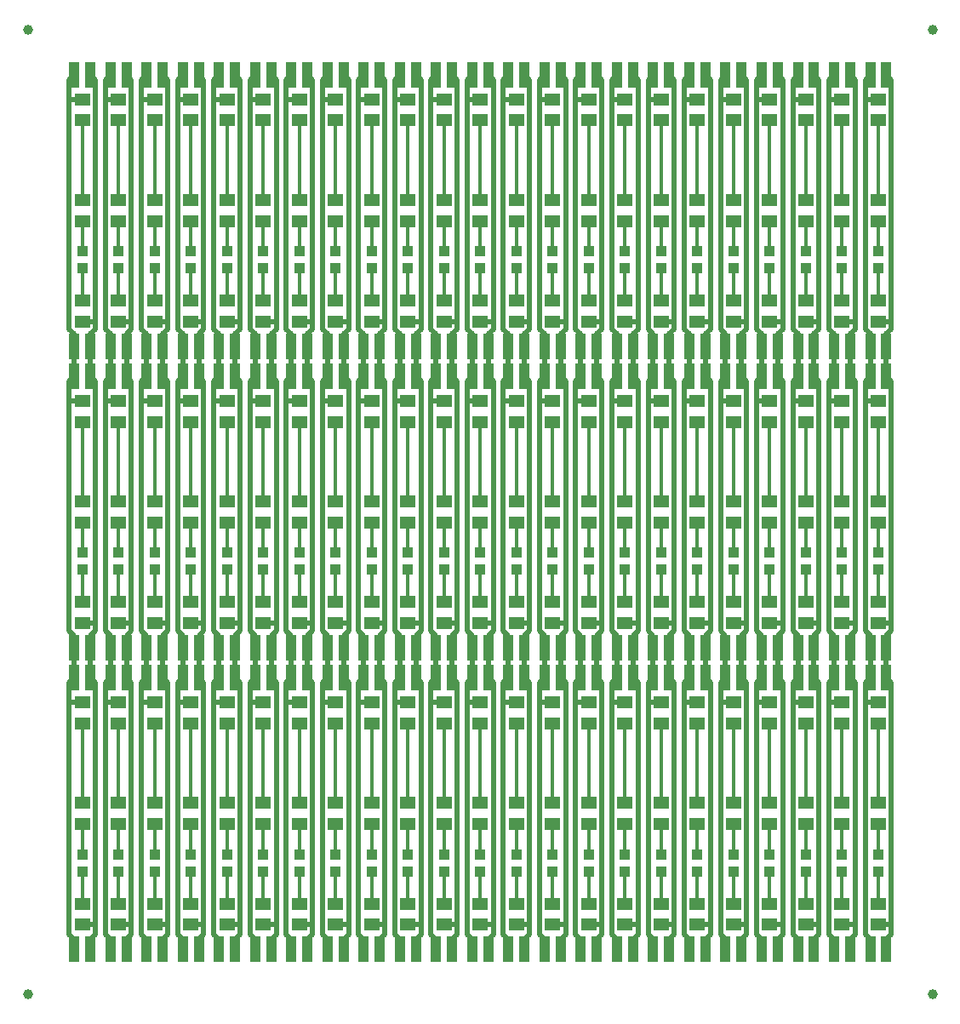
<source format=gtl>
%FSLAX34Y34*%
G04 Gerber Fmt 3.4, Leading zero omitted, Abs format*
G04 (created by PCBNEW (2014-05-17 BZR 4870)-product) date Sun 18 May 2014 04:38:21 PM CEST*
%MOIN*%
G01*
G70*
G90*
G04 APERTURE LIST*
%ADD10C,0.005906*%
%ADD11R,0.059055X0.047244*%
%ADD12R,0.043300X0.039300*%
%ADD13R,0.039370X0.098425*%
%ADD14C,0.039370*%
%ADD15C,0.012000*%
%ADD16C,0.006000*%
%ADD17C,0.030000*%
%ADD18C,0.020000*%
G04 APERTURE END LIST*
G54D10*
G54D11*
X135787Y-67697D03*
X135787Y-68523D03*
G54D12*
X135787Y-65768D03*
X135787Y-66436D03*
G54D11*
X135787Y-63760D03*
X135787Y-64586D03*
X135787Y-59823D03*
X135787Y-60649D03*
X135787Y-55886D03*
X135787Y-56712D03*
G54D12*
X135787Y-53957D03*
X135787Y-54625D03*
G54D11*
X135787Y-51949D03*
X135787Y-52775D03*
X135787Y-48012D03*
X135787Y-48838D03*
G54D12*
X135787Y-42146D03*
X135787Y-42814D03*
G54D11*
X135787Y-44075D03*
X135787Y-44901D03*
X135787Y-40138D03*
X135787Y-40964D03*
X135787Y-36201D03*
X135787Y-37027D03*
G54D13*
X136102Y-45866D03*
X135472Y-45866D03*
X136102Y-35236D03*
X135472Y-35236D03*
X136102Y-47047D03*
X135472Y-47047D03*
X136102Y-58858D03*
X135472Y-58858D03*
X136102Y-69488D03*
X135472Y-69488D03*
X136102Y-57677D03*
X135472Y-57677D03*
G54D11*
X132952Y-67697D03*
X132952Y-68523D03*
G54D12*
X132952Y-65768D03*
X132952Y-66436D03*
G54D11*
X132952Y-63760D03*
X132952Y-64586D03*
X132952Y-59823D03*
X132952Y-60649D03*
X132952Y-55886D03*
X132952Y-56712D03*
G54D12*
X132952Y-53957D03*
X132952Y-54625D03*
G54D11*
X132952Y-51949D03*
X132952Y-52775D03*
X132952Y-48012D03*
X132952Y-48838D03*
G54D12*
X132952Y-42146D03*
X132952Y-42814D03*
G54D11*
X132952Y-44075D03*
X132952Y-44901D03*
X132952Y-40138D03*
X132952Y-40964D03*
X132952Y-36201D03*
X132952Y-37027D03*
G54D13*
X133267Y-45866D03*
X132637Y-45866D03*
X133267Y-35236D03*
X132637Y-35236D03*
X133267Y-47047D03*
X132637Y-47047D03*
X133267Y-58858D03*
X132637Y-58858D03*
X133267Y-69488D03*
X132637Y-69488D03*
X133267Y-57677D03*
X132637Y-57677D03*
X134685Y-57677D03*
X134055Y-57677D03*
X134685Y-69488D03*
X134055Y-69488D03*
X134685Y-58858D03*
X134055Y-58858D03*
X134685Y-47047D03*
X134055Y-47047D03*
X134685Y-35236D03*
X134055Y-35236D03*
X134685Y-45866D03*
X134055Y-45866D03*
G54D11*
X134370Y-36201D03*
X134370Y-37027D03*
X134370Y-40138D03*
X134370Y-40964D03*
X134370Y-44075D03*
X134370Y-44901D03*
G54D12*
X134370Y-42146D03*
X134370Y-42814D03*
G54D11*
X134370Y-48012D03*
X134370Y-48838D03*
X134370Y-51949D03*
X134370Y-52775D03*
G54D12*
X134370Y-53957D03*
X134370Y-54625D03*
G54D11*
X134370Y-55886D03*
X134370Y-56712D03*
X134370Y-59823D03*
X134370Y-60649D03*
X134370Y-63760D03*
X134370Y-64586D03*
G54D12*
X134370Y-65768D03*
X134370Y-66436D03*
G54D11*
X134370Y-67697D03*
X134370Y-68523D03*
X138622Y-67697D03*
X138622Y-68523D03*
G54D12*
X138622Y-65768D03*
X138622Y-66436D03*
G54D11*
X138622Y-63760D03*
X138622Y-64586D03*
X138622Y-59823D03*
X138622Y-60649D03*
X138622Y-55886D03*
X138622Y-56712D03*
G54D12*
X138622Y-53957D03*
X138622Y-54625D03*
G54D11*
X138622Y-51949D03*
X138622Y-52775D03*
X138622Y-48012D03*
X138622Y-48838D03*
G54D12*
X138622Y-42146D03*
X138622Y-42814D03*
G54D11*
X138622Y-44075D03*
X138622Y-44901D03*
X138622Y-40138D03*
X138622Y-40964D03*
X138622Y-36201D03*
X138622Y-37027D03*
G54D13*
X138937Y-45866D03*
X138307Y-45866D03*
X138937Y-35236D03*
X138307Y-35236D03*
X138937Y-47047D03*
X138307Y-47047D03*
X138937Y-58858D03*
X138307Y-58858D03*
X138937Y-69488D03*
X138307Y-69488D03*
X138937Y-57677D03*
X138307Y-57677D03*
X137519Y-57677D03*
X136889Y-57677D03*
X137519Y-69488D03*
X136889Y-69488D03*
X137519Y-58858D03*
X136889Y-58858D03*
X137519Y-47047D03*
X136889Y-47047D03*
X137519Y-35236D03*
X136889Y-35236D03*
X137519Y-45866D03*
X136889Y-45866D03*
G54D11*
X137204Y-36201D03*
X137204Y-37027D03*
X137204Y-40138D03*
X137204Y-40964D03*
X137204Y-44075D03*
X137204Y-44901D03*
G54D12*
X137204Y-42146D03*
X137204Y-42814D03*
G54D11*
X137204Y-48012D03*
X137204Y-48838D03*
X137204Y-51949D03*
X137204Y-52775D03*
G54D12*
X137204Y-53957D03*
X137204Y-54625D03*
G54D11*
X137204Y-55886D03*
X137204Y-56712D03*
X137204Y-59823D03*
X137204Y-60649D03*
X137204Y-63760D03*
X137204Y-64586D03*
G54D12*
X137204Y-65768D03*
X137204Y-66436D03*
G54D11*
X137204Y-67697D03*
X137204Y-68523D03*
G54D13*
X140354Y-57677D03*
X139724Y-57677D03*
X140354Y-69488D03*
X139724Y-69488D03*
X140354Y-58858D03*
X139724Y-58858D03*
X140354Y-47047D03*
X139724Y-47047D03*
X140354Y-35236D03*
X139724Y-35236D03*
X140354Y-45866D03*
X139724Y-45866D03*
G54D11*
X140039Y-36201D03*
X140039Y-37027D03*
X140039Y-40138D03*
X140039Y-40964D03*
X140039Y-44075D03*
X140039Y-44901D03*
G54D12*
X140039Y-42146D03*
X140039Y-42814D03*
G54D11*
X140039Y-48012D03*
X140039Y-48838D03*
X140039Y-51949D03*
X140039Y-52775D03*
G54D12*
X140039Y-53957D03*
X140039Y-54625D03*
G54D11*
X140039Y-55886D03*
X140039Y-56712D03*
X140039Y-59823D03*
X140039Y-60649D03*
X140039Y-63760D03*
X140039Y-64586D03*
G54D12*
X140039Y-65768D03*
X140039Y-66436D03*
G54D11*
X140039Y-67697D03*
X140039Y-68523D03*
X144291Y-67697D03*
X144291Y-68523D03*
G54D12*
X144291Y-65768D03*
X144291Y-66436D03*
G54D11*
X144291Y-63760D03*
X144291Y-64586D03*
X144291Y-59823D03*
X144291Y-60649D03*
X144291Y-55886D03*
X144291Y-56712D03*
G54D12*
X144291Y-53957D03*
X144291Y-54625D03*
G54D11*
X144291Y-51949D03*
X144291Y-52775D03*
X144291Y-48012D03*
X144291Y-48838D03*
G54D12*
X144291Y-42146D03*
X144291Y-42814D03*
G54D11*
X144291Y-44075D03*
X144291Y-44901D03*
X144291Y-40138D03*
X144291Y-40964D03*
X144291Y-36201D03*
X144291Y-37027D03*
G54D13*
X144606Y-45866D03*
X143976Y-45866D03*
X144606Y-35236D03*
X143976Y-35236D03*
X144606Y-47047D03*
X143976Y-47047D03*
X144606Y-58858D03*
X143976Y-58858D03*
X144606Y-69488D03*
X143976Y-69488D03*
X144606Y-57677D03*
X143976Y-57677D03*
G54D11*
X141456Y-67697D03*
X141456Y-68523D03*
G54D12*
X141456Y-65768D03*
X141456Y-66436D03*
G54D11*
X141456Y-63760D03*
X141456Y-64586D03*
X141456Y-59823D03*
X141456Y-60649D03*
X141456Y-55886D03*
X141456Y-56712D03*
G54D12*
X141456Y-53957D03*
X141456Y-54625D03*
G54D11*
X141456Y-51949D03*
X141456Y-52775D03*
X141456Y-48012D03*
X141456Y-48838D03*
G54D12*
X141456Y-42146D03*
X141456Y-42814D03*
G54D11*
X141456Y-44075D03*
X141456Y-44901D03*
X141456Y-40138D03*
X141456Y-40964D03*
X141456Y-36201D03*
X141456Y-37027D03*
G54D13*
X141771Y-45866D03*
X141141Y-45866D03*
X141771Y-35236D03*
X141141Y-35236D03*
X141771Y-47047D03*
X141141Y-47047D03*
X141771Y-58858D03*
X141141Y-58858D03*
X141771Y-69488D03*
X141141Y-69488D03*
X141771Y-57677D03*
X141141Y-57677D03*
X143188Y-57677D03*
X142559Y-57677D03*
X143188Y-69488D03*
X142559Y-69488D03*
X143188Y-58858D03*
X142559Y-58858D03*
X143188Y-47047D03*
X142559Y-47047D03*
X143188Y-35236D03*
X142559Y-35236D03*
X143188Y-45866D03*
X142559Y-45866D03*
G54D11*
X142874Y-36201D03*
X142874Y-37027D03*
X142874Y-40138D03*
X142874Y-40964D03*
X142874Y-44075D03*
X142874Y-44901D03*
G54D12*
X142874Y-42146D03*
X142874Y-42814D03*
G54D11*
X142874Y-48012D03*
X142874Y-48838D03*
X142874Y-51949D03*
X142874Y-52775D03*
G54D12*
X142874Y-53957D03*
X142874Y-54625D03*
G54D11*
X142874Y-55886D03*
X142874Y-56712D03*
X142874Y-59823D03*
X142874Y-60649D03*
X142874Y-63760D03*
X142874Y-64586D03*
G54D12*
X142874Y-65768D03*
X142874Y-66436D03*
G54D11*
X142874Y-67697D03*
X142874Y-68523D03*
G54D13*
X146023Y-57677D03*
X145393Y-57677D03*
X146023Y-69488D03*
X145393Y-69488D03*
X146023Y-58858D03*
X145393Y-58858D03*
X146023Y-47047D03*
X145393Y-47047D03*
X146023Y-35236D03*
X145393Y-35236D03*
X146023Y-45866D03*
X145393Y-45866D03*
G54D11*
X145708Y-36201D03*
X145708Y-37027D03*
X145708Y-40138D03*
X145708Y-40964D03*
X145708Y-44075D03*
X145708Y-44901D03*
G54D12*
X145708Y-42146D03*
X145708Y-42814D03*
G54D11*
X145708Y-48012D03*
X145708Y-48838D03*
X145708Y-51949D03*
X145708Y-52775D03*
G54D12*
X145708Y-53957D03*
X145708Y-54625D03*
G54D11*
X145708Y-55886D03*
X145708Y-56712D03*
X145708Y-59823D03*
X145708Y-60649D03*
X145708Y-63760D03*
X145708Y-64586D03*
G54D12*
X145708Y-65768D03*
X145708Y-66436D03*
G54D11*
X145708Y-67697D03*
X145708Y-68523D03*
X131535Y-67697D03*
X131535Y-68523D03*
G54D12*
X131535Y-65768D03*
X131535Y-66436D03*
G54D11*
X131535Y-63760D03*
X131535Y-64586D03*
X131535Y-59823D03*
X131535Y-60649D03*
X131535Y-55886D03*
X131535Y-56712D03*
G54D12*
X131535Y-53957D03*
X131535Y-54625D03*
G54D11*
X131535Y-51949D03*
X131535Y-52775D03*
X131535Y-48012D03*
X131535Y-48838D03*
G54D12*
X131535Y-42146D03*
X131535Y-42814D03*
G54D11*
X131535Y-44075D03*
X131535Y-44901D03*
X131535Y-40138D03*
X131535Y-40964D03*
X131535Y-36201D03*
X131535Y-37027D03*
G54D13*
X131850Y-45866D03*
X131220Y-45866D03*
X131850Y-35236D03*
X131220Y-35236D03*
X131850Y-47047D03*
X131220Y-47047D03*
X131850Y-58858D03*
X131220Y-58858D03*
X131850Y-69488D03*
X131220Y-69488D03*
X131850Y-57677D03*
X131220Y-57677D03*
G54D11*
X128700Y-67697D03*
X128700Y-68523D03*
G54D12*
X128700Y-65768D03*
X128700Y-66436D03*
G54D11*
X128700Y-63760D03*
X128700Y-64586D03*
X128700Y-59823D03*
X128700Y-60649D03*
X128700Y-55886D03*
X128700Y-56712D03*
G54D12*
X128700Y-53957D03*
X128700Y-54625D03*
G54D11*
X128700Y-51949D03*
X128700Y-52775D03*
X128700Y-48012D03*
X128700Y-48838D03*
G54D12*
X128700Y-42146D03*
X128700Y-42814D03*
G54D11*
X128700Y-44075D03*
X128700Y-44901D03*
X128700Y-40138D03*
X128700Y-40964D03*
X128700Y-36201D03*
X128700Y-37027D03*
G54D13*
X129015Y-45866D03*
X128385Y-45866D03*
X129015Y-35236D03*
X128385Y-35236D03*
X129015Y-47047D03*
X128385Y-47047D03*
X129015Y-58858D03*
X128385Y-58858D03*
X129015Y-69488D03*
X128385Y-69488D03*
X129015Y-57677D03*
X128385Y-57677D03*
X127598Y-57677D03*
X126968Y-57677D03*
X127598Y-69488D03*
X126968Y-69488D03*
X127598Y-58858D03*
X126968Y-58858D03*
X127598Y-47047D03*
X126968Y-47047D03*
X127598Y-35236D03*
X126968Y-35236D03*
X127598Y-45866D03*
X126968Y-45866D03*
G54D11*
X127283Y-36201D03*
X127283Y-37027D03*
X127283Y-40138D03*
X127283Y-40964D03*
X127283Y-44075D03*
X127283Y-44901D03*
G54D12*
X127283Y-42146D03*
X127283Y-42814D03*
G54D11*
X127283Y-48012D03*
X127283Y-48838D03*
X127283Y-51949D03*
X127283Y-52775D03*
G54D12*
X127283Y-53957D03*
X127283Y-54625D03*
G54D11*
X127283Y-55886D03*
X127283Y-56712D03*
X127283Y-59823D03*
X127283Y-60649D03*
X127283Y-63760D03*
X127283Y-64586D03*
G54D12*
X127283Y-65768D03*
X127283Y-66436D03*
G54D11*
X127283Y-67697D03*
X127283Y-68523D03*
G54D13*
X130433Y-57677D03*
X129803Y-57677D03*
X130433Y-69488D03*
X129803Y-69488D03*
X130433Y-58858D03*
X129803Y-58858D03*
X130433Y-47047D03*
X129803Y-47047D03*
X130433Y-35236D03*
X129803Y-35236D03*
X130433Y-45866D03*
X129803Y-45866D03*
G54D11*
X130118Y-36201D03*
X130118Y-37027D03*
X130118Y-40138D03*
X130118Y-40964D03*
X130118Y-44075D03*
X130118Y-44901D03*
G54D12*
X130118Y-42146D03*
X130118Y-42814D03*
G54D11*
X130118Y-48012D03*
X130118Y-48838D03*
X130118Y-51949D03*
X130118Y-52775D03*
G54D12*
X130118Y-53957D03*
X130118Y-54625D03*
G54D11*
X130118Y-55886D03*
X130118Y-56712D03*
X130118Y-59823D03*
X130118Y-60649D03*
X130118Y-63760D03*
X130118Y-64586D03*
G54D12*
X130118Y-65768D03*
X130118Y-66436D03*
G54D11*
X130118Y-67697D03*
X130118Y-68523D03*
X125866Y-67697D03*
X125866Y-68523D03*
G54D12*
X125866Y-65768D03*
X125866Y-66436D03*
G54D11*
X125866Y-63760D03*
X125866Y-64586D03*
X125866Y-59823D03*
X125866Y-60649D03*
X125866Y-55886D03*
X125866Y-56712D03*
G54D12*
X125866Y-53957D03*
X125866Y-54625D03*
G54D11*
X125866Y-51949D03*
X125866Y-52775D03*
X125866Y-48012D03*
X125866Y-48838D03*
G54D12*
X125866Y-42146D03*
X125866Y-42814D03*
G54D11*
X125866Y-44075D03*
X125866Y-44901D03*
X125866Y-40138D03*
X125866Y-40964D03*
X125866Y-36201D03*
X125866Y-37027D03*
G54D13*
X126181Y-45866D03*
X125551Y-45866D03*
X126181Y-35236D03*
X125551Y-35236D03*
X126181Y-47047D03*
X125551Y-47047D03*
X126181Y-58858D03*
X125551Y-58858D03*
X126181Y-69488D03*
X125551Y-69488D03*
X126181Y-57677D03*
X125551Y-57677D03*
G54D11*
X123031Y-67697D03*
X123031Y-68523D03*
G54D12*
X123031Y-65768D03*
X123031Y-66436D03*
G54D11*
X123031Y-63760D03*
X123031Y-64586D03*
X123031Y-59823D03*
X123031Y-60649D03*
X123031Y-55886D03*
X123031Y-56712D03*
G54D12*
X123031Y-53957D03*
X123031Y-54625D03*
G54D11*
X123031Y-51949D03*
X123031Y-52775D03*
X123031Y-48012D03*
X123031Y-48838D03*
G54D12*
X123031Y-42146D03*
X123031Y-42814D03*
G54D11*
X123031Y-44075D03*
X123031Y-44901D03*
X123031Y-40138D03*
X123031Y-40964D03*
X123031Y-36201D03*
X123031Y-37027D03*
G54D13*
X123346Y-45866D03*
X122716Y-45866D03*
X123346Y-35236D03*
X122716Y-35236D03*
X123346Y-47047D03*
X122716Y-47047D03*
X123346Y-58858D03*
X122716Y-58858D03*
X123346Y-69488D03*
X122716Y-69488D03*
X123346Y-57677D03*
X122716Y-57677D03*
X124763Y-57677D03*
X124133Y-57677D03*
X124763Y-69488D03*
X124133Y-69488D03*
X124763Y-58858D03*
X124133Y-58858D03*
X124763Y-47047D03*
X124133Y-47047D03*
X124763Y-35236D03*
X124133Y-35236D03*
X124763Y-45866D03*
X124133Y-45866D03*
G54D11*
X124448Y-36201D03*
X124448Y-37027D03*
X124448Y-40138D03*
X124448Y-40964D03*
X124448Y-44075D03*
X124448Y-44901D03*
G54D12*
X124448Y-42146D03*
X124448Y-42814D03*
G54D11*
X124448Y-48012D03*
X124448Y-48838D03*
X124448Y-51949D03*
X124448Y-52775D03*
G54D12*
X124448Y-53957D03*
X124448Y-54625D03*
G54D11*
X124448Y-55886D03*
X124448Y-56712D03*
X124448Y-59823D03*
X124448Y-60649D03*
X124448Y-63760D03*
X124448Y-64586D03*
G54D12*
X124448Y-65768D03*
X124448Y-66436D03*
G54D11*
X124448Y-67697D03*
X124448Y-68523D03*
X120196Y-67697D03*
X120196Y-68523D03*
G54D12*
X120196Y-65768D03*
X120196Y-66436D03*
G54D11*
X120196Y-63760D03*
X120196Y-64586D03*
X120196Y-59823D03*
X120196Y-60649D03*
X120196Y-55886D03*
X120196Y-56712D03*
G54D12*
X120196Y-53957D03*
X120196Y-54625D03*
G54D11*
X120196Y-51949D03*
X120196Y-52775D03*
X120196Y-48012D03*
X120196Y-48838D03*
G54D12*
X120196Y-42146D03*
X120196Y-42814D03*
G54D11*
X120196Y-44075D03*
X120196Y-44901D03*
X120196Y-40138D03*
X120196Y-40964D03*
X120196Y-36201D03*
X120196Y-37027D03*
G54D13*
X120511Y-45866D03*
X119881Y-45866D03*
X120511Y-35236D03*
X119881Y-35236D03*
X120511Y-47047D03*
X119881Y-47047D03*
X120511Y-58858D03*
X119881Y-58858D03*
X120511Y-69488D03*
X119881Y-69488D03*
X120511Y-57677D03*
X119881Y-57677D03*
X119094Y-57677D03*
X118464Y-57677D03*
X119094Y-69488D03*
X118464Y-69488D03*
X119094Y-58858D03*
X118464Y-58858D03*
X119094Y-47047D03*
X118464Y-47047D03*
X119094Y-35236D03*
X118464Y-35236D03*
X119094Y-45866D03*
X118464Y-45866D03*
G54D11*
X118779Y-36201D03*
X118779Y-37027D03*
X118779Y-40138D03*
X118779Y-40964D03*
X118779Y-44075D03*
X118779Y-44901D03*
G54D12*
X118779Y-42146D03*
X118779Y-42814D03*
G54D11*
X118779Y-48012D03*
X118779Y-48838D03*
X118779Y-51949D03*
X118779Y-52775D03*
G54D12*
X118779Y-53957D03*
X118779Y-54625D03*
G54D11*
X118779Y-55886D03*
X118779Y-56712D03*
X118779Y-59823D03*
X118779Y-60649D03*
X118779Y-63760D03*
X118779Y-64586D03*
G54D12*
X118779Y-65768D03*
X118779Y-66436D03*
G54D11*
X118779Y-67697D03*
X118779Y-68523D03*
G54D13*
X121929Y-57677D03*
X121299Y-57677D03*
X121929Y-69488D03*
X121299Y-69488D03*
X121929Y-58858D03*
X121299Y-58858D03*
X121929Y-47047D03*
X121299Y-47047D03*
X121929Y-35236D03*
X121299Y-35236D03*
X121929Y-45866D03*
X121299Y-45866D03*
G54D11*
X121614Y-36201D03*
X121614Y-37027D03*
X121614Y-40138D03*
X121614Y-40964D03*
X121614Y-44075D03*
X121614Y-44901D03*
G54D12*
X121614Y-42146D03*
X121614Y-42814D03*
G54D11*
X121614Y-48012D03*
X121614Y-48838D03*
X121614Y-51949D03*
X121614Y-52775D03*
G54D12*
X121614Y-53957D03*
X121614Y-54625D03*
G54D11*
X121614Y-55886D03*
X121614Y-56712D03*
X121614Y-59823D03*
X121614Y-60649D03*
X121614Y-63760D03*
X121614Y-64586D03*
G54D12*
X121614Y-65768D03*
X121614Y-66436D03*
G54D11*
X121614Y-67697D03*
X121614Y-68523D03*
X117362Y-67697D03*
X117362Y-68523D03*
G54D12*
X117362Y-65768D03*
X117362Y-66436D03*
G54D11*
X117362Y-63760D03*
X117362Y-64586D03*
X117362Y-59823D03*
X117362Y-60649D03*
X117362Y-55886D03*
X117362Y-56712D03*
G54D12*
X117362Y-53957D03*
X117362Y-54625D03*
G54D11*
X117362Y-51949D03*
X117362Y-52775D03*
X117362Y-48012D03*
X117362Y-48838D03*
G54D12*
X117362Y-42146D03*
X117362Y-42814D03*
G54D11*
X117362Y-44075D03*
X117362Y-44901D03*
X117362Y-40138D03*
X117362Y-40964D03*
X117362Y-36201D03*
X117362Y-37027D03*
G54D13*
X117677Y-45866D03*
X117047Y-45866D03*
X117677Y-35236D03*
X117047Y-35236D03*
X117677Y-47047D03*
X117047Y-47047D03*
X117677Y-58858D03*
X117047Y-58858D03*
X117677Y-69488D03*
X117047Y-69488D03*
X117677Y-57677D03*
X117047Y-57677D03*
G54D11*
X114527Y-67697D03*
X114527Y-68523D03*
G54D12*
X114527Y-65768D03*
X114527Y-66436D03*
G54D11*
X114527Y-63760D03*
X114527Y-64586D03*
X114527Y-59823D03*
X114527Y-60649D03*
X114527Y-55886D03*
X114527Y-56712D03*
G54D12*
X114527Y-53957D03*
X114527Y-54625D03*
G54D11*
X114527Y-51949D03*
X114527Y-52775D03*
X114527Y-48012D03*
X114527Y-48838D03*
G54D12*
X114527Y-42146D03*
X114527Y-42814D03*
G54D11*
X114527Y-44075D03*
X114527Y-44901D03*
X114527Y-40138D03*
X114527Y-40964D03*
X114527Y-36201D03*
X114527Y-37027D03*
G54D13*
X114842Y-45866D03*
X114212Y-45866D03*
X114842Y-35236D03*
X114212Y-35236D03*
X114842Y-47047D03*
X114212Y-47047D03*
X114842Y-58858D03*
X114212Y-58858D03*
X114842Y-69488D03*
X114212Y-69488D03*
X114842Y-57677D03*
X114212Y-57677D03*
G54D14*
X147834Y-71259D03*
X147834Y-33464D03*
X112401Y-33464D03*
X112401Y-71259D03*
G54D13*
X116259Y-57677D03*
X115629Y-57677D03*
X116259Y-69488D03*
X115629Y-69488D03*
X116259Y-58858D03*
X115629Y-58858D03*
X116259Y-47047D03*
X115629Y-47047D03*
X116259Y-35236D03*
X115629Y-35236D03*
X116259Y-45866D03*
X115629Y-45866D03*
G54D11*
X115944Y-36201D03*
X115944Y-37027D03*
X115944Y-40138D03*
X115944Y-40964D03*
X115944Y-44075D03*
X115944Y-44901D03*
G54D12*
X115944Y-42146D03*
X115944Y-42814D03*
G54D11*
X115944Y-48012D03*
X115944Y-48838D03*
X115944Y-51949D03*
X115944Y-52775D03*
G54D12*
X115944Y-53957D03*
X115944Y-54625D03*
G54D11*
X115944Y-55886D03*
X115944Y-56712D03*
X115944Y-59823D03*
X115944Y-60649D03*
X115944Y-63760D03*
X115944Y-64586D03*
G54D12*
X115944Y-65768D03*
X115944Y-66436D03*
G54D11*
X115944Y-67697D03*
X115944Y-68523D03*
G54D15*
X128700Y-63760D02*
X128700Y-60649D01*
X127283Y-63760D02*
X127283Y-60649D01*
X130118Y-63760D02*
X130118Y-60649D01*
X125866Y-63760D02*
X125866Y-60649D01*
X123031Y-63760D02*
X123031Y-60649D01*
X124448Y-63760D02*
X124448Y-60649D01*
X120196Y-63760D02*
X120196Y-60649D01*
X118779Y-63760D02*
X118779Y-60649D01*
X121614Y-63760D02*
X121614Y-60649D01*
X117362Y-63760D02*
X117362Y-60649D01*
X114527Y-63760D02*
X114527Y-60649D01*
X115944Y-63760D02*
X115944Y-60649D01*
X131535Y-63760D02*
X131535Y-60649D01*
X145708Y-63760D02*
X145708Y-60649D01*
X135787Y-63760D02*
X135787Y-60649D01*
X132952Y-63760D02*
X132952Y-60649D01*
X134370Y-63760D02*
X134370Y-60649D01*
X138622Y-63760D02*
X138622Y-60649D01*
X137204Y-63760D02*
X137204Y-60649D01*
X140039Y-63760D02*
X140039Y-60649D01*
X144291Y-63760D02*
X144291Y-60649D01*
X141456Y-63760D02*
X141456Y-60649D01*
X142874Y-63760D02*
X142874Y-60649D01*
X128700Y-64586D02*
X128700Y-65768D01*
X127283Y-64586D02*
X127283Y-65768D01*
X130118Y-64586D02*
X130118Y-65768D01*
X125866Y-64586D02*
X125866Y-65768D01*
X123031Y-64586D02*
X123031Y-65768D01*
X124448Y-64586D02*
X124448Y-65768D01*
X120196Y-64586D02*
X120196Y-65768D01*
X118779Y-64586D02*
X118779Y-65768D01*
X121614Y-64586D02*
X121614Y-65768D01*
X117362Y-64586D02*
X117362Y-65768D01*
X114527Y-64586D02*
X114527Y-65768D01*
X115944Y-64586D02*
X115944Y-65768D01*
X131535Y-64586D02*
X131535Y-65768D01*
X145708Y-64586D02*
X145708Y-65768D01*
X135787Y-64586D02*
X135787Y-65768D01*
X132952Y-64586D02*
X132952Y-65768D01*
X134370Y-64586D02*
X134370Y-65768D01*
X138622Y-64586D02*
X138622Y-65768D01*
X137204Y-64586D02*
X137204Y-65768D01*
X140039Y-64586D02*
X140039Y-65768D01*
X144291Y-64586D02*
X144291Y-65768D01*
X141456Y-64586D02*
X141456Y-65768D01*
X142874Y-64586D02*
X142874Y-65768D01*
G54D16*
X128385Y-59153D02*
X128385Y-58858D01*
G54D17*
X128558Y-48012D02*
X128700Y-48012D01*
X128558Y-36201D02*
X128700Y-36201D01*
X128558Y-59823D02*
X128700Y-59823D01*
X128385Y-45570D02*
X128385Y-45866D01*
G54D18*
X128385Y-45866D02*
X128385Y-45472D01*
X128188Y-59055D02*
X128385Y-58858D01*
X128188Y-59842D02*
X128188Y-59055D01*
X128188Y-68897D02*
X128188Y-59842D01*
X128385Y-69094D02*
X128188Y-68897D01*
X128385Y-69488D02*
X128385Y-69094D01*
X128385Y-58858D02*
X128385Y-57677D01*
X128188Y-47244D02*
X128385Y-47047D01*
X128188Y-48031D02*
X128188Y-47244D01*
X128188Y-57007D02*
X128188Y-48031D01*
X128385Y-57204D02*
X128188Y-57007D01*
X128385Y-57677D02*
X128385Y-57204D01*
X128385Y-45866D02*
X128385Y-47047D01*
X128188Y-35433D02*
X128385Y-35236D01*
X128188Y-36220D02*
X128188Y-35433D01*
X128188Y-45196D02*
X128188Y-36220D01*
X128385Y-45393D02*
X128188Y-45196D01*
X128385Y-45866D02*
X128385Y-45393D01*
X128188Y-59823D02*
X128188Y-59842D01*
X128700Y-59823D02*
X128188Y-59823D01*
X128188Y-48012D02*
X128208Y-48031D01*
X128208Y-48031D02*
X128228Y-48031D01*
X128228Y-48031D02*
X128188Y-48031D01*
X128700Y-48012D02*
X128188Y-48012D01*
X128188Y-36201D02*
X128188Y-36220D01*
X128700Y-36201D02*
X128188Y-36201D01*
X127283Y-36201D02*
X126771Y-36201D01*
X126771Y-36201D02*
X126771Y-36220D01*
X127283Y-48012D02*
X126771Y-48012D01*
X126811Y-48031D02*
X126771Y-48031D01*
X126790Y-48031D02*
X126811Y-48031D01*
X126771Y-48012D02*
X126790Y-48031D01*
X127283Y-59823D02*
X126771Y-59823D01*
X126771Y-59823D02*
X126771Y-59842D01*
X126968Y-45866D02*
X126968Y-45393D01*
X126968Y-45393D02*
X126771Y-45196D01*
X126771Y-45196D02*
X126771Y-36220D01*
X126771Y-36220D02*
X126771Y-35433D01*
X126771Y-35433D02*
X126968Y-35236D01*
X126968Y-45866D02*
X126968Y-47047D01*
X126968Y-57677D02*
X126968Y-57204D01*
X126968Y-57204D02*
X126771Y-57007D01*
X126771Y-57007D02*
X126771Y-48031D01*
X126771Y-48031D02*
X126771Y-47244D01*
X126771Y-47244D02*
X126968Y-47047D01*
X126968Y-58858D02*
X126968Y-57677D01*
X126968Y-69488D02*
X126968Y-69094D01*
X126968Y-69094D02*
X126771Y-68897D01*
X126771Y-68897D02*
X126771Y-59842D01*
X126771Y-59842D02*
X126771Y-59055D01*
X126771Y-59055D02*
X126968Y-58858D01*
X126968Y-45866D02*
X126968Y-45472D01*
G54D17*
X126968Y-45570D02*
X126968Y-45866D01*
X127141Y-59823D02*
X127283Y-59823D01*
X127141Y-36201D02*
X127283Y-36201D01*
X127141Y-48012D02*
X127283Y-48012D01*
G54D16*
X126968Y-59153D02*
X126968Y-58858D01*
G54D18*
X130118Y-36201D02*
X129606Y-36201D01*
X129606Y-36201D02*
X129606Y-36220D01*
X130118Y-48012D02*
X129606Y-48012D01*
X129645Y-48031D02*
X129606Y-48031D01*
X129625Y-48031D02*
X129645Y-48031D01*
X129606Y-48012D02*
X129625Y-48031D01*
X130118Y-59823D02*
X129606Y-59823D01*
X129606Y-59823D02*
X129606Y-59842D01*
X129803Y-45866D02*
X129803Y-45393D01*
X129803Y-45393D02*
X129606Y-45196D01*
X129606Y-45196D02*
X129606Y-36220D01*
X129606Y-36220D02*
X129606Y-35433D01*
X129606Y-35433D02*
X129803Y-35236D01*
X129803Y-45866D02*
X129803Y-47047D01*
X129803Y-57677D02*
X129803Y-57204D01*
X129803Y-57204D02*
X129606Y-57007D01*
X129606Y-57007D02*
X129606Y-48031D01*
X129606Y-48031D02*
X129606Y-47244D01*
X129606Y-47244D02*
X129803Y-47047D01*
X129803Y-58858D02*
X129803Y-57677D01*
X129803Y-69488D02*
X129803Y-69094D01*
X129803Y-69094D02*
X129606Y-68897D01*
X129606Y-68897D02*
X129606Y-59842D01*
X129606Y-59842D02*
X129606Y-59055D01*
X129606Y-59055D02*
X129803Y-58858D01*
X129803Y-45866D02*
X129803Y-45472D01*
G54D17*
X129803Y-45570D02*
X129803Y-45866D01*
X129975Y-59823D02*
X130118Y-59823D01*
X129975Y-36201D02*
X130118Y-36201D01*
X129975Y-48012D02*
X130118Y-48012D01*
G54D16*
X129803Y-59153D02*
X129803Y-58858D01*
X125551Y-59153D02*
X125551Y-58858D01*
G54D17*
X125724Y-48012D02*
X125866Y-48012D01*
X125724Y-36201D02*
X125866Y-36201D01*
X125724Y-59823D02*
X125866Y-59823D01*
X125551Y-45570D02*
X125551Y-45866D01*
G54D18*
X125551Y-45866D02*
X125551Y-45472D01*
X125354Y-59055D02*
X125551Y-58858D01*
X125354Y-59842D02*
X125354Y-59055D01*
X125354Y-68897D02*
X125354Y-59842D01*
X125551Y-69094D02*
X125354Y-68897D01*
X125551Y-69488D02*
X125551Y-69094D01*
X125551Y-58858D02*
X125551Y-57677D01*
X125354Y-47244D02*
X125551Y-47047D01*
X125354Y-48031D02*
X125354Y-47244D01*
X125354Y-57007D02*
X125354Y-48031D01*
X125551Y-57204D02*
X125354Y-57007D01*
X125551Y-57677D02*
X125551Y-57204D01*
X125551Y-45866D02*
X125551Y-47047D01*
X125354Y-35433D02*
X125551Y-35236D01*
X125354Y-36220D02*
X125354Y-35433D01*
X125354Y-45196D02*
X125354Y-36220D01*
X125551Y-45393D02*
X125354Y-45196D01*
X125551Y-45866D02*
X125551Y-45393D01*
X125354Y-59823D02*
X125354Y-59842D01*
X125866Y-59823D02*
X125354Y-59823D01*
X125354Y-48012D02*
X125373Y-48031D01*
X125373Y-48031D02*
X125393Y-48031D01*
X125393Y-48031D02*
X125354Y-48031D01*
X125866Y-48012D02*
X125354Y-48012D01*
X125354Y-36201D02*
X125354Y-36220D01*
X125866Y-36201D02*
X125354Y-36201D01*
G54D16*
X122716Y-59153D02*
X122716Y-58858D01*
G54D17*
X122889Y-48012D02*
X123031Y-48012D01*
X122889Y-36201D02*
X123031Y-36201D01*
X122889Y-59823D02*
X123031Y-59823D01*
X122716Y-45570D02*
X122716Y-45866D01*
G54D18*
X122716Y-45866D02*
X122716Y-45472D01*
X122519Y-59055D02*
X122716Y-58858D01*
X122519Y-59842D02*
X122519Y-59055D01*
X122519Y-68897D02*
X122519Y-59842D01*
X122716Y-69094D02*
X122519Y-68897D01*
X122716Y-69488D02*
X122716Y-69094D01*
X122716Y-58858D02*
X122716Y-57677D01*
X122519Y-47244D02*
X122716Y-47047D01*
X122519Y-48031D02*
X122519Y-47244D01*
X122519Y-57007D02*
X122519Y-48031D01*
X122716Y-57204D02*
X122519Y-57007D01*
X122716Y-57677D02*
X122716Y-57204D01*
X122716Y-45866D02*
X122716Y-47047D01*
X122519Y-35433D02*
X122716Y-35236D01*
X122519Y-36220D02*
X122519Y-35433D01*
X122519Y-45196D02*
X122519Y-36220D01*
X122716Y-45393D02*
X122519Y-45196D01*
X122716Y-45866D02*
X122716Y-45393D01*
X122519Y-59823D02*
X122519Y-59842D01*
X123031Y-59823D02*
X122519Y-59823D01*
X122519Y-48012D02*
X122538Y-48031D01*
X122538Y-48031D02*
X122559Y-48031D01*
X122559Y-48031D02*
X122519Y-48031D01*
X123031Y-48012D02*
X122519Y-48012D01*
X122519Y-36201D02*
X122519Y-36220D01*
X123031Y-36201D02*
X122519Y-36201D01*
X124448Y-36201D02*
X123937Y-36201D01*
X123937Y-36201D02*
X123937Y-36220D01*
X124448Y-48012D02*
X123937Y-48012D01*
X123976Y-48031D02*
X123937Y-48031D01*
X123956Y-48031D02*
X123976Y-48031D01*
X123937Y-48012D02*
X123956Y-48031D01*
X124448Y-59823D02*
X123937Y-59823D01*
X123937Y-59823D02*
X123937Y-59842D01*
X124133Y-45866D02*
X124133Y-45393D01*
X124133Y-45393D02*
X123937Y-45196D01*
X123937Y-45196D02*
X123937Y-36220D01*
X123937Y-36220D02*
X123937Y-35433D01*
X123937Y-35433D02*
X124133Y-35236D01*
X124133Y-45866D02*
X124133Y-47047D01*
X124133Y-57677D02*
X124133Y-57204D01*
X124133Y-57204D02*
X123937Y-57007D01*
X123937Y-57007D02*
X123937Y-48031D01*
X123937Y-48031D02*
X123937Y-47244D01*
X123937Y-47244D02*
X124133Y-47047D01*
X124133Y-58858D02*
X124133Y-57677D01*
X124133Y-69488D02*
X124133Y-69094D01*
X124133Y-69094D02*
X123937Y-68897D01*
X123937Y-68897D02*
X123937Y-59842D01*
X123937Y-59842D02*
X123937Y-59055D01*
X123937Y-59055D02*
X124133Y-58858D01*
X124133Y-45866D02*
X124133Y-45472D01*
G54D17*
X124133Y-45570D02*
X124133Y-45866D01*
X124306Y-59823D02*
X124448Y-59823D01*
X124306Y-36201D02*
X124448Y-36201D01*
X124306Y-48012D02*
X124448Y-48012D01*
G54D16*
X124133Y-59153D02*
X124133Y-58858D01*
X119881Y-59153D02*
X119881Y-58858D01*
G54D17*
X120054Y-48012D02*
X120196Y-48012D01*
X120054Y-36201D02*
X120196Y-36201D01*
X120054Y-59823D02*
X120196Y-59823D01*
X119881Y-45570D02*
X119881Y-45866D01*
G54D18*
X119881Y-45866D02*
X119881Y-45472D01*
X119685Y-59055D02*
X119881Y-58858D01*
X119685Y-59842D02*
X119685Y-59055D01*
X119685Y-68897D02*
X119685Y-59842D01*
X119881Y-69094D02*
X119685Y-68897D01*
X119881Y-69488D02*
X119881Y-69094D01*
X119881Y-58858D02*
X119881Y-57677D01*
X119685Y-47244D02*
X119881Y-47047D01*
X119685Y-48031D02*
X119685Y-47244D01*
X119685Y-57007D02*
X119685Y-48031D01*
X119881Y-57204D02*
X119685Y-57007D01*
X119881Y-57677D02*
X119881Y-57204D01*
X119881Y-45866D02*
X119881Y-47047D01*
X119685Y-35433D02*
X119881Y-35236D01*
X119685Y-36220D02*
X119685Y-35433D01*
X119685Y-45196D02*
X119685Y-36220D01*
X119881Y-45393D02*
X119685Y-45196D01*
X119881Y-45866D02*
X119881Y-45393D01*
X119685Y-59823D02*
X119685Y-59842D01*
X120196Y-59823D02*
X119685Y-59823D01*
X119685Y-48012D02*
X119704Y-48031D01*
X119704Y-48031D02*
X119724Y-48031D01*
X119724Y-48031D02*
X119685Y-48031D01*
X120196Y-48012D02*
X119685Y-48012D01*
X119685Y-36201D02*
X119685Y-36220D01*
X120196Y-36201D02*
X119685Y-36201D01*
X118779Y-36201D02*
X118267Y-36201D01*
X118267Y-36201D02*
X118267Y-36220D01*
X118779Y-48012D02*
X118267Y-48012D01*
X118307Y-48031D02*
X118267Y-48031D01*
X118287Y-48031D02*
X118307Y-48031D01*
X118267Y-48012D02*
X118287Y-48031D01*
X118779Y-59823D02*
X118267Y-59823D01*
X118267Y-59823D02*
X118267Y-59842D01*
X118464Y-45866D02*
X118464Y-45393D01*
X118464Y-45393D02*
X118267Y-45196D01*
X118267Y-45196D02*
X118267Y-36220D01*
X118267Y-36220D02*
X118267Y-35433D01*
X118267Y-35433D02*
X118464Y-35236D01*
X118464Y-45866D02*
X118464Y-47047D01*
X118464Y-57677D02*
X118464Y-57204D01*
X118464Y-57204D02*
X118267Y-57007D01*
X118267Y-57007D02*
X118267Y-48031D01*
X118267Y-48031D02*
X118267Y-47244D01*
X118267Y-47244D02*
X118464Y-47047D01*
X118464Y-58858D02*
X118464Y-57677D01*
X118464Y-69488D02*
X118464Y-69094D01*
X118464Y-69094D02*
X118267Y-68897D01*
X118267Y-68897D02*
X118267Y-59842D01*
X118267Y-59842D02*
X118267Y-59055D01*
X118267Y-59055D02*
X118464Y-58858D01*
X118464Y-45866D02*
X118464Y-45472D01*
G54D17*
X118464Y-45570D02*
X118464Y-45866D01*
X118637Y-59823D02*
X118779Y-59823D01*
X118637Y-36201D02*
X118779Y-36201D01*
X118637Y-48012D02*
X118779Y-48012D01*
G54D16*
X118464Y-59153D02*
X118464Y-58858D01*
G54D18*
X121614Y-36201D02*
X121102Y-36201D01*
X121102Y-36201D02*
X121102Y-36220D01*
X121614Y-48012D02*
X121102Y-48012D01*
X121141Y-48031D02*
X121102Y-48031D01*
X121121Y-48031D02*
X121141Y-48031D01*
X121102Y-48012D02*
X121121Y-48031D01*
X121614Y-59823D02*
X121102Y-59823D01*
X121102Y-59823D02*
X121102Y-59842D01*
X121299Y-45866D02*
X121299Y-45393D01*
X121299Y-45393D02*
X121102Y-45196D01*
X121102Y-45196D02*
X121102Y-36220D01*
X121102Y-36220D02*
X121102Y-35433D01*
X121102Y-35433D02*
X121299Y-35236D01*
X121299Y-45866D02*
X121299Y-47047D01*
X121299Y-57677D02*
X121299Y-57204D01*
X121299Y-57204D02*
X121102Y-57007D01*
X121102Y-57007D02*
X121102Y-48031D01*
X121102Y-48031D02*
X121102Y-47244D01*
X121102Y-47244D02*
X121299Y-47047D01*
X121299Y-58858D02*
X121299Y-57677D01*
X121299Y-69488D02*
X121299Y-69094D01*
X121299Y-69094D02*
X121102Y-68897D01*
X121102Y-68897D02*
X121102Y-59842D01*
X121102Y-59842D02*
X121102Y-59055D01*
X121102Y-59055D02*
X121299Y-58858D01*
X121299Y-45866D02*
X121299Y-45472D01*
G54D17*
X121299Y-45570D02*
X121299Y-45866D01*
X121472Y-59823D02*
X121614Y-59823D01*
X121472Y-36201D02*
X121614Y-36201D01*
X121472Y-48012D02*
X121614Y-48012D01*
G54D16*
X121299Y-59153D02*
X121299Y-58858D01*
X117047Y-59153D02*
X117047Y-58858D01*
G54D17*
X117220Y-48012D02*
X117362Y-48012D01*
X117220Y-36201D02*
X117362Y-36201D01*
X117220Y-59823D02*
X117362Y-59823D01*
X117047Y-45570D02*
X117047Y-45866D01*
G54D18*
X117047Y-45866D02*
X117047Y-45472D01*
X116850Y-59055D02*
X117047Y-58858D01*
X116850Y-59842D02*
X116850Y-59055D01*
X116850Y-68897D02*
X116850Y-59842D01*
X117047Y-69094D02*
X116850Y-68897D01*
X117047Y-69488D02*
X117047Y-69094D01*
X117047Y-58858D02*
X117047Y-57677D01*
X116850Y-47244D02*
X117047Y-47047D01*
X116850Y-48031D02*
X116850Y-47244D01*
X116850Y-57007D02*
X116850Y-48031D01*
X117047Y-57204D02*
X116850Y-57007D01*
X117047Y-57677D02*
X117047Y-57204D01*
X117047Y-45866D02*
X117047Y-47047D01*
X116850Y-35433D02*
X117047Y-35236D01*
X116850Y-36220D02*
X116850Y-35433D01*
X116850Y-45196D02*
X116850Y-36220D01*
X117047Y-45393D02*
X116850Y-45196D01*
X117047Y-45866D02*
X117047Y-45393D01*
X116850Y-59823D02*
X116850Y-59842D01*
X117362Y-59823D02*
X116850Y-59823D01*
X116850Y-48012D02*
X116869Y-48031D01*
X116869Y-48031D02*
X116889Y-48031D01*
X116889Y-48031D02*
X116850Y-48031D01*
X117362Y-48012D02*
X116850Y-48012D01*
X116850Y-36201D02*
X116850Y-36220D01*
X117362Y-36201D02*
X116850Y-36201D01*
G54D16*
X114212Y-59153D02*
X114212Y-58858D01*
G54D17*
X114385Y-48012D02*
X114527Y-48012D01*
X114385Y-36201D02*
X114527Y-36201D01*
X114385Y-59823D02*
X114527Y-59823D01*
X114212Y-45570D02*
X114212Y-45866D01*
G54D18*
X114212Y-45866D02*
X114212Y-45472D01*
X114015Y-59055D02*
X114212Y-58858D01*
X114015Y-59842D02*
X114015Y-59055D01*
X114015Y-68897D02*
X114015Y-59842D01*
X114212Y-69094D02*
X114015Y-68897D01*
X114212Y-69488D02*
X114212Y-69094D01*
X114212Y-58858D02*
X114212Y-57677D01*
X114015Y-47244D02*
X114212Y-47047D01*
X114015Y-48031D02*
X114015Y-47244D01*
X114015Y-57007D02*
X114015Y-48031D01*
X114212Y-57204D02*
X114015Y-57007D01*
X114212Y-57677D02*
X114212Y-57204D01*
X114212Y-45866D02*
X114212Y-47047D01*
X114015Y-35433D02*
X114212Y-35236D01*
X114015Y-36220D02*
X114015Y-35433D01*
X114015Y-45196D02*
X114015Y-36220D01*
X114212Y-45393D02*
X114015Y-45196D01*
X114212Y-45866D02*
X114212Y-45393D01*
X114015Y-59823D02*
X114015Y-59842D01*
X114527Y-59823D02*
X114015Y-59823D01*
X114015Y-48012D02*
X114035Y-48031D01*
X114035Y-48031D02*
X114055Y-48031D01*
X114055Y-48031D02*
X114015Y-48031D01*
X114527Y-48012D02*
X114015Y-48012D01*
X114015Y-36201D02*
X114015Y-36220D01*
X114527Y-36201D02*
X114015Y-36201D01*
X115944Y-36201D02*
X115433Y-36201D01*
X115433Y-36201D02*
X115433Y-36220D01*
X115944Y-48012D02*
X115433Y-48012D01*
X115472Y-48031D02*
X115433Y-48031D01*
X115452Y-48031D02*
X115472Y-48031D01*
X115433Y-48012D02*
X115452Y-48031D01*
X115944Y-59823D02*
X115433Y-59823D01*
X115433Y-59823D02*
X115433Y-59842D01*
X115629Y-45866D02*
X115629Y-45393D01*
X115629Y-45393D02*
X115433Y-45196D01*
X115433Y-45196D02*
X115433Y-36220D01*
X115433Y-36220D02*
X115433Y-35433D01*
X115433Y-35433D02*
X115629Y-35236D01*
X115629Y-45866D02*
X115629Y-47047D01*
X115629Y-57677D02*
X115629Y-57204D01*
X115629Y-57204D02*
X115433Y-57007D01*
X115433Y-57007D02*
X115433Y-48031D01*
X115433Y-48031D02*
X115433Y-47244D01*
X115433Y-47244D02*
X115629Y-47047D01*
X115629Y-58858D02*
X115629Y-57677D01*
X115629Y-69488D02*
X115629Y-69094D01*
X115629Y-69094D02*
X115433Y-68897D01*
X115433Y-68897D02*
X115433Y-59842D01*
X115433Y-59842D02*
X115433Y-59055D01*
X115433Y-59055D02*
X115629Y-58858D01*
X115629Y-45866D02*
X115629Y-45472D01*
G54D17*
X115629Y-45570D02*
X115629Y-45866D01*
X115802Y-59823D02*
X115944Y-59823D01*
X115802Y-36201D02*
X115944Y-36201D01*
X115802Y-48012D02*
X115944Y-48012D01*
G54D16*
X115629Y-59153D02*
X115629Y-58858D01*
X131220Y-59153D02*
X131220Y-58858D01*
G54D17*
X131393Y-48012D02*
X131535Y-48012D01*
X131393Y-36201D02*
X131535Y-36201D01*
X131393Y-59823D02*
X131535Y-59823D01*
X131220Y-45570D02*
X131220Y-45866D01*
G54D18*
X131220Y-45866D02*
X131220Y-45472D01*
X131023Y-59055D02*
X131220Y-58858D01*
X131023Y-59842D02*
X131023Y-59055D01*
X131023Y-68897D02*
X131023Y-59842D01*
X131220Y-69094D02*
X131023Y-68897D01*
X131220Y-69488D02*
X131220Y-69094D01*
X131220Y-58858D02*
X131220Y-57677D01*
X131023Y-47244D02*
X131220Y-47047D01*
X131023Y-48031D02*
X131023Y-47244D01*
X131023Y-57007D02*
X131023Y-48031D01*
X131220Y-57204D02*
X131023Y-57007D01*
X131220Y-57677D02*
X131220Y-57204D01*
X131220Y-45866D02*
X131220Y-47047D01*
X131023Y-35433D02*
X131220Y-35236D01*
X131023Y-36220D02*
X131023Y-35433D01*
X131023Y-45196D02*
X131023Y-36220D01*
X131220Y-45393D02*
X131023Y-45196D01*
X131220Y-45866D02*
X131220Y-45393D01*
X131023Y-59823D02*
X131023Y-59842D01*
X131535Y-59823D02*
X131023Y-59823D01*
X131023Y-48012D02*
X131042Y-48031D01*
X131042Y-48031D02*
X131062Y-48031D01*
X131062Y-48031D02*
X131023Y-48031D01*
X131535Y-48012D02*
X131023Y-48012D01*
X131023Y-36201D02*
X131023Y-36220D01*
X131535Y-36201D02*
X131023Y-36201D01*
X145708Y-36201D02*
X145196Y-36201D01*
X145196Y-36201D02*
X145196Y-36220D01*
X145708Y-48012D02*
X145196Y-48012D01*
X145236Y-48031D02*
X145196Y-48031D01*
X145216Y-48031D02*
X145236Y-48031D01*
X145196Y-48012D02*
X145216Y-48031D01*
X145708Y-59823D02*
X145196Y-59823D01*
X145196Y-59823D02*
X145196Y-59842D01*
X145393Y-45866D02*
X145393Y-45393D01*
X145393Y-45393D02*
X145196Y-45196D01*
X145196Y-45196D02*
X145196Y-36220D01*
X145196Y-36220D02*
X145196Y-35433D01*
X145196Y-35433D02*
X145393Y-35236D01*
X145393Y-45866D02*
X145393Y-47047D01*
X145393Y-57677D02*
X145393Y-57204D01*
X145393Y-57204D02*
X145196Y-57007D01*
X145196Y-57007D02*
X145196Y-48031D01*
X145196Y-48031D02*
X145196Y-47244D01*
X145196Y-47244D02*
X145393Y-47047D01*
X145393Y-58858D02*
X145393Y-57677D01*
X145393Y-69488D02*
X145393Y-69094D01*
X145393Y-69094D02*
X145196Y-68897D01*
X145196Y-68897D02*
X145196Y-59842D01*
X145196Y-59842D02*
X145196Y-59055D01*
X145196Y-59055D02*
X145393Y-58858D01*
X145393Y-45866D02*
X145393Y-45472D01*
G54D17*
X145393Y-45570D02*
X145393Y-45866D01*
X145566Y-59823D02*
X145708Y-59823D01*
X145566Y-36201D02*
X145708Y-36201D01*
X145566Y-48012D02*
X145708Y-48012D01*
G54D16*
X145393Y-59153D02*
X145393Y-58858D01*
X135472Y-59153D02*
X135472Y-58858D01*
G54D17*
X135645Y-48012D02*
X135787Y-48012D01*
X135645Y-36201D02*
X135787Y-36201D01*
X135645Y-59823D02*
X135787Y-59823D01*
X135472Y-45570D02*
X135472Y-45866D01*
G54D18*
X135472Y-45866D02*
X135472Y-45472D01*
X135275Y-59055D02*
X135472Y-58858D01*
X135275Y-59842D02*
X135275Y-59055D01*
X135275Y-68897D02*
X135275Y-59842D01*
X135472Y-69094D02*
X135275Y-68897D01*
X135472Y-69488D02*
X135472Y-69094D01*
X135472Y-58858D02*
X135472Y-57677D01*
X135275Y-47244D02*
X135472Y-47047D01*
X135275Y-48031D02*
X135275Y-47244D01*
X135275Y-57007D02*
X135275Y-48031D01*
X135472Y-57204D02*
X135275Y-57007D01*
X135472Y-57677D02*
X135472Y-57204D01*
X135472Y-45866D02*
X135472Y-47047D01*
X135275Y-35433D02*
X135472Y-35236D01*
X135275Y-36220D02*
X135275Y-35433D01*
X135275Y-45196D02*
X135275Y-36220D01*
X135472Y-45393D02*
X135275Y-45196D01*
X135472Y-45866D02*
X135472Y-45393D01*
X135275Y-59823D02*
X135275Y-59842D01*
X135787Y-59823D02*
X135275Y-59823D01*
X135275Y-48012D02*
X135294Y-48031D01*
X135294Y-48031D02*
X135314Y-48031D01*
X135314Y-48031D02*
X135275Y-48031D01*
X135787Y-48012D02*
X135275Y-48012D01*
X135275Y-36201D02*
X135275Y-36220D01*
X135787Y-36201D02*
X135275Y-36201D01*
G54D16*
X132637Y-59153D02*
X132637Y-58858D01*
G54D17*
X132810Y-48012D02*
X132952Y-48012D01*
X132810Y-36201D02*
X132952Y-36201D01*
X132810Y-59823D02*
X132952Y-59823D01*
X132637Y-45570D02*
X132637Y-45866D01*
G54D18*
X132637Y-45866D02*
X132637Y-45472D01*
X132440Y-59055D02*
X132637Y-58858D01*
X132440Y-59842D02*
X132440Y-59055D01*
X132440Y-68897D02*
X132440Y-59842D01*
X132637Y-69094D02*
X132440Y-68897D01*
X132637Y-69488D02*
X132637Y-69094D01*
X132637Y-58858D02*
X132637Y-57677D01*
X132440Y-47244D02*
X132637Y-47047D01*
X132440Y-48031D02*
X132440Y-47244D01*
X132440Y-57007D02*
X132440Y-48031D01*
X132637Y-57204D02*
X132440Y-57007D01*
X132637Y-57677D02*
X132637Y-57204D01*
X132637Y-45866D02*
X132637Y-47047D01*
X132440Y-35433D02*
X132637Y-35236D01*
X132440Y-36220D02*
X132440Y-35433D01*
X132440Y-45196D02*
X132440Y-36220D01*
X132637Y-45393D02*
X132440Y-45196D01*
X132637Y-45866D02*
X132637Y-45393D01*
X132440Y-59823D02*
X132440Y-59842D01*
X132952Y-59823D02*
X132440Y-59823D01*
X132440Y-48012D02*
X132460Y-48031D01*
X132460Y-48031D02*
X132480Y-48031D01*
X132480Y-48031D02*
X132440Y-48031D01*
X132952Y-48012D02*
X132440Y-48012D01*
X132440Y-36201D02*
X132440Y-36220D01*
X132952Y-36201D02*
X132440Y-36201D01*
X134370Y-36201D02*
X133858Y-36201D01*
X133858Y-36201D02*
X133858Y-36220D01*
X134370Y-48012D02*
X133858Y-48012D01*
X133897Y-48031D02*
X133858Y-48031D01*
X133877Y-48031D02*
X133897Y-48031D01*
X133858Y-48012D02*
X133877Y-48031D01*
X134370Y-59823D02*
X133858Y-59823D01*
X133858Y-59823D02*
X133858Y-59842D01*
X134055Y-45866D02*
X134055Y-45393D01*
X134055Y-45393D02*
X133858Y-45196D01*
X133858Y-45196D02*
X133858Y-36220D01*
X133858Y-36220D02*
X133858Y-35433D01*
X133858Y-35433D02*
X134055Y-35236D01*
X134055Y-45866D02*
X134055Y-47047D01*
X134055Y-57677D02*
X134055Y-57204D01*
X134055Y-57204D02*
X133858Y-57007D01*
X133858Y-57007D02*
X133858Y-48031D01*
X133858Y-48031D02*
X133858Y-47244D01*
X133858Y-47244D02*
X134055Y-47047D01*
X134055Y-58858D02*
X134055Y-57677D01*
X134055Y-69488D02*
X134055Y-69094D01*
X134055Y-69094D02*
X133858Y-68897D01*
X133858Y-68897D02*
X133858Y-59842D01*
X133858Y-59842D02*
X133858Y-59055D01*
X133858Y-59055D02*
X134055Y-58858D01*
X134055Y-45866D02*
X134055Y-45472D01*
G54D17*
X134055Y-45570D02*
X134055Y-45866D01*
X134227Y-59823D02*
X134370Y-59823D01*
X134227Y-36201D02*
X134370Y-36201D01*
X134227Y-48012D02*
X134370Y-48012D01*
G54D16*
X134055Y-59153D02*
X134055Y-58858D01*
X138307Y-59153D02*
X138307Y-58858D01*
G54D17*
X138479Y-48012D02*
X138622Y-48012D01*
X138479Y-36201D02*
X138622Y-36201D01*
X138479Y-59823D02*
X138622Y-59823D01*
X138307Y-45570D02*
X138307Y-45866D01*
G54D18*
X138307Y-45866D02*
X138307Y-45472D01*
X138110Y-59055D02*
X138307Y-58858D01*
X138110Y-59842D02*
X138110Y-59055D01*
X138110Y-68897D02*
X138110Y-59842D01*
X138307Y-69094D02*
X138110Y-68897D01*
X138307Y-69488D02*
X138307Y-69094D01*
X138307Y-58858D02*
X138307Y-57677D01*
X138110Y-47244D02*
X138307Y-47047D01*
X138110Y-48031D02*
X138110Y-47244D01*
X138110Y-57007D02*
X138110Y-48031D01*
X138307Y-57204D02*
X138110Y-57007D01*
X138307Y-57677D02*
X138307Y-57204D01*
X138307Y-45866D02*
X138307Y-47047D01*
X138110Y-35433D02*
X138307Y-35236D01*
X138110Y-36220D02*
X138110Y-35433D01*
X138110Y-45196D02*
X138110Y-36220D01*
X138307Y-45393D02*
X138110Y-45196D01*
X138307Y-45866D02*
X138307Y-45393D01*
X138110Y-59823D02*
X138110Y-59842D01*
X138622Y-59823D02*
X138110Y-59823D01*
X138110Y-48012D02*
X138129Y-48031D01*
X138129Y-48031D02*
X138149Y-48031D01*
X138149Y-48031D02*
X138110Y-48031D01*
X138622Y-48012D02*
X138110Y-48012D01*
X138110Y-36201D02*
X138110Y-36220D01*
X138622Y-36201D02*
X138110Y-36201D01*
X137204Y-36201D02*
X136692Y-36201D01*
X136692Y-36201D02*
X136692Y-36220D01*
X137204Y-48012D02*
X136692Y-48012D01*
X136732Y-48031D02*
X136692Y-48031D01*
X136712Y-48031D02*
X136732Y-48031D01*
X136692Y-48012D02*
X136712Y-48031D01*
X137204Y-59823D02*
X136692Y-59823D01*
X136692Y-59823D02*
X136692Y-59842D01*
X136889Y-45866D02*
X136889Y-45393D01*
X136889Y-45393D02*
X136692Y-45196D01*
X136692Y-45196D02*
X136692Y-36220D01*
X136692Y-36220D02*
X136692Y-35433D01*
X136692Y-35433D02*
X136889Y-35236D01*
X136889Y-45866D02*
X136889Y-47047D01*
X136889Y-57677D02*
X136889Y-57204D01*
X136889Y-57204D02*
X136692Y-57007D01*
X136692Y-57007D02*
X136692Y-48031D01*
X136692Y-48031D02*
X136692Y-47244D01*
X136692Y-47244D02*
X136889Y-47047D01*
X136889Y-58858D02*
X136889Y-57677D01*
X136889Y-69488D02*
X136889Y-69094D01*
X136889Y-69094D02*
X136692Y-68897D01*
X136692Y-68897D02*
X136692Y-59842D01*
X136692Y-59842D02*
X136692Y-59055D01*
X136692Y-59055D02*
X136889Y-58858D01*
X136889Y-45866D02*
X136889Y-45472D01*
G54D17*
X136889Y-45570D02*
X136889Y-45866D01*
X137062Y-59823D02*
X137204Y-59823D01*
X137062Y-36201D02*
X137204Y-36201D01*
X137062Y-48012D02*
X137204Y-48012D01*
G54D16*
X136889Y-59153D02*
X136889Y-58858D01*
G54D18*
X140039Y-36201D02*
X139527Y-36201D01*
X139527Y-36201D02*
X139527Y-36220D01*
X140039Y-48012D02*
X139527Y-48012D01*
X139566Y-48031D02*
X139527Y-48031D01*
X139546Y-48031D02*
X139566Y-48031D01*
X139527Y-48012D02*
X139546Y-48031D01*
X140039Y-59823D02*
X139527Y-59823D01*
X139527Y-59823D02*
X139527Y-59842D01*
X139724Y-45866D02*
X139724Y-45393D01*
X139724Y-45393D02*
X139527Y-45196D01*
X139527Y-45196D02*
X139527Y-36220D01*
X139527Y-36220D02*
X139527Y-35433D01*
X139527Y-35433D02*
X139724Y-35236D01*
X139724Y-45866D02*
X139724Y-47047D01*
X139724Y-57677D02*
X139724Y-57204D01*
X139724Y-57204D02*
X139527Y-57007D01*
X139527Y-57007D02*
X139527Y-48031D01*
X139527Y-48031D02*
X139527Y-47244D01*
X139527Y-47244D02*
X139724Y-47047D01*
X139724Y-58858D02*
X139724Y-57677D01*
X139724Y-69488D02*
X139724Y-69094D01*
X139724Y-69094D02*
X139527Y-68897D01*
X139527Y-68897D02*
X139527Y-59842D01*
X139527Y-59842D02*
X139527Y-59055D01*
X139527Y-59055D02*
X139724Y-58858D01*
X139724Y-45866D02*
X139724Y-45472D01*
G54D17*
X139724Y-45570D02*
X139724Y-45866D01*
X139897Y-59823D02*
X140039Y-59823D01*
X139897Y-36201D02*
X140039Y-36201D01*
X139897Y-48012D02*
X140039Y-48012D01*
G54D16*
X139724Y-59153D02*
X139724Y-58858D01*
X143976Y-59153D02*
X143976Y-58858D01*
G54D17*
X144149Y-48012D02*
X144291Y-48012D01*
X144149Y-36201D02*
X144291Y-36201D01*
X144149Y-59823D02*
X144291Y-59823D01*
X143976Y-45570D02*
X143976Y-45866D01*
G54D18*
X143976Y-45866D02*
X143976Y-45472D01*
X143779Y-59055D02*
X143976Y-58858D01*
X143779Y-59842D02*
X143779Y-59055D01*
X143779Y-68897D02*
X143779Y-59842D01*
X143976Y-69094D02*
X143779Y-68897D01*
X143976Y-69488D02*
X143976Y-69094D01*
X143976Y-58858D02*
X143976Y-57677D01*
X143779Y-47244D02*
X143976Y-47047D01*
X143779Y-48031D02*
X143779Y-47244D01*
X143779Y-57007D02*
X143779Y-48031D01*
X143976Y-57204D02*
X143779Y-57007D01*
X143976Y-57677D02*
X143976Y-57204D01*
X143976Y-45866D02*
X143976Y-47047D01*
X143779Y-35433D02*
X143976Y-35236D01*
X143779Y-36220D02*
X143779Y-35433D01*
X143779Y-45196D02*
X143779Y-36220D01*
X143976Y-45393D02*
X143779Y-45196D01*
X143976Y-45866D02*
X143976Y-45393D01*
X143779Y-59823D02*
X143779Y-59842D01*
X144291Y-59823D02*
X143779Y-59823D01*
X143779Y-48012D02*
X143798Y-48031D01*
X143798Y-48031D02*
X143818Y-48031D01*
X143818Y-48031D02*
X143779Y-48031D01*
X144291Y-48012D02*
X143779Y-48012D01*
X143779Y-36201D02*
X143779Y-36220D01*
X144291Y-36201D02*
X143779Y-36201D01*
G54D16*
X141141Y-59153D02*
X141141Y-58858D01*
G54D17*
X141314Y-48012D02*
X141456Y-48012D01*
X141314Y-36201D02*
X141456Y-36201D01*
X141314Y-59823D02*
X141456Y-59823D01*
X141141Y-45570D02*
X141141Y-45866D01*
G54D18*
X141141Y-45866D02*
X141141Y-45472D01*
X140944Y-59055D02*
X141141Y-58858D01*
X140944Y-59842D02*
X140944Y-59055D01*
X140944Y-68897D02*
X140944Y-59842D01*
X141141Y-69094D02*
X140944Y-68897D01*
X141141Y-69488D02*
X141141Y-69094D01*
X141141Y-58858D02*
X141141Y-57677D01*
X140944Y-47244D02*
X141141Y-47047D01*
X140944Y-48031D02*
X140944Y-47244D01*
X140944Y-57007D02*
X140944Y-48031D01*
X141141Y-57204D02*
X140944Y-57007D01*
X141141Y-57677D02*
X141141Y-57204D01*
X141141Y-45866D02*
X141141Y-47047D01*
X140944Y-35433D02*
X141141Y-35236D01*
X140944Y-36220D02*
X140944Y-35433D01*
X140944Y-45196D02*
X140944Y-36220D01*
X141141Y-45393D02*
X140944Y-45196D01*
X141141Y-45866D02*
X141141Y-45393D01*
X140944Y-59823D02*
X140944Y-59842D01*
X141456Y-59823D02*
X140944Y-59823D01*
X140944Y-48012D02*
X140964Y-48031D01*
X140964Y-48031D02*
X140984Y-48031D01*
X140984Y-48031D02*
X140944Y-48031D01*
X141456Y-48012D02*
X140944Y-48012D01*
X140944Y-36201D02*
X140944Y-36220D01*
X141456Y-36201D02*
X140944Y-36201D01*
X142874Y-36201D02*
X142362Y-36201D01*
X142362Y-36201D02*
X142362Y-36220D01*
X142874Y-48012D02*
X142362Y-48012D01*
X142401Y-48031D02*
X142362Y-48031D01*
X142381Y-48031D02*
X142401Y-48031D01*
X142362Y-48012D02*
X142381Y-48031D01*
X142874Y-59823D02*
X142362Y-59823D01*
X142362Y-59823D02*
X142362Y-59842D01*
X142559Y-45866D02*
X142559Y-45393D01*
X142559Y-45393D02*
X142362Y-45196D01*
X142362Y-45196D02*
X142362Y-36220D01*
X142362Y-36220D02*
X142362Y-35433D01*
X142362Y-35433D02*
X142559Y-35236D01*
X142559Y-45866D02*
X142559Y-47047D01*
X142559Y-57677D02*
X142559Y-57204D01*
X142559Y-57204D02*
X142362Y-57007D01*
X142362Y-57007D02*
X142362Y-48031D01*
X142362Y-48031D02*
X142362Y-47244D01*
X142362Y-47244D02*
X142559Y-47047D01*
X142559Y-58858D02*
X142559Y-57677D01*
X142559Y-69488D02*
X142559Y-69094D01*
X142559Y-69094D02*
X142362Y-68897D01*
X142362Y-68897D02*
X142362Y-59842D01*
X142362Y-59842D02*
X142362Y-59055D01*
X142362Y-59055D02*
X142559Y-58858D01*
X142559Y-45866D02*
X142559Y-45472D01*
G54D17*
X142559Y-45570D02*
X142559Y-45866D01*
X142731Y-59823D02*
X142874Y-59823D01*
X142731Y-36201D02*
X142874Y-36201D01*
X142731Y-48012D02*
X142874Y-48012D01*
G54D16*
X142559Y-59153D02*
X142559Y-58858D01*
X129015Y-58858D02*
X129015Y-59153D01*
X129015Y-69192D02*
X129015Y-69488D01*
G54D17*
X128700Y-68523D02*
X128842Y-68523D01*
X128700Y-44901D02*
X128842Y-44901D01*
G54D18*
X129015Y-57677D02*
X129015Y-58858D01*
X129212Y-59055D02*
X129015Y-58858D01*
X129212Y-68543D02*
X129212Y-59055D01*
X129212Y-68897D02*
X129212Y-68543D01*
X129015Y-69094D02*
X129212Y-68897D01*
X129015Y-69488D02*
X129015Y-69094D01*
X129212Y-47244D02*
X129015Y-47047D01*
X129212Y-56692D02*
X129212Y-47244D01*
X129212Y-57007D02*
X129212Y-56692D01*
X129015Y-57204D02*
X129212Y-57007D01*
X129015Y-57677D02*
X129015Y-57204D01*
X129015Y-45866D02*
X129015Y-47047D01*
X129212Y-35433D02*
X129015Y-35236D01*
X129212Y-44921D02*
X129212Y-35433D01*
X129212Y-45196D02*
X129212Y-44921D01*
X129015Y-45393D02*
X129212Y-45196D01*
X129015Y-45866D02*
X129015Y-45393D01*
X129212Y-56712D02*
X129193Y-56692D01*
X129193Y-56692D02*
X129173Y-56692D01*
X129173Y-56692D02*
X129212Y-56692D01*
X128700Y-56712D02*
X129212Y-56712D01*
X129212Y-68523D02*
X129212Y-68543D01*
X128700Y-68523D02*
X129212Y-68523D01*
X129212Y-44901D02*
X129212Y-44921D01*
X128700Y-44901D02*
X129212Y-44901D01*
X127283Y-44901D02*
X127795Y-44901D01*
X127795Y-44901D02*
X127795Y-44921D01*
X127283Y-68523D02*
X127795Y-68523D01*
X127795Y-68523D02*
X127795Y-68543D01*
X127283Y-56712D02*
X127795Y-56712D01*
X127755Y-56692D02*
X127795Y-56692D01*
X127775Y-56692D02*
X127755Y-56692D01*
X127795Y-56712D02*
X127775Y-56692D01*
X127598Y-45866D02*
X127598Y-45393D01*
X127598Y-45393D02*
X127795Y-45196D01*
X127795Y-45196D02*
X127795Y-44921D01*
X127795Y-44921D02*
X127795Y-35433D01*
X127795Y-35433D02*
X127598Y-35236D01*
X127598Y-45866D02*
X127598Y-47047D01*
X127598Y-57677D02*
X127598Y-57204D01*
X127598Y-57204D02*
X127795Y-57007D01*
X127795Y-57007D02*
X127795Y-56692D01*
X127795Y-56692D02*
X127795Y-47244D01*
X127795Y-47244D02*
X127598Y-47047D01*
X127598Y-69488D02*
X127598Y-69094D01*
X127598Y-69094D02*
X127795Y-68897D01*
X127795Y-68897D02*
X127795Y-68543D01*
X127795Y-68543D02*
X127795Y-59055D01*
X127795Y-59055D02*
X127598Y-58858D01*
X127598Y-57677D02*
X127598Y-58858D01*
G54D17*
X127283Y-44901D02*
X127425Y-44901D01*
X127283Y-68523D02*
X127425Y-68523D01*
G54D16*
X127598Y-69192D02*
X127598Y-69488D01*
X127598Y-58858D02*
X127598Y-59153D01*
G54D18*
X130118Y-44901D02*
X130629Y-44901D01*
X130629Y-44901D02*
X130629Y-44921D01*
X130118Y-68523D02*
X130629Y-68523D01*
X130629Y-68523D02*
X130629Y-68543D01*
X130118Y-56712D02*
X130629Y-56712D01*
X130590Y-56692D02*
X130629Y-56692D01*
X130610Y-56692D02*
X130590Y-56692D01*
X130629Y-56712D02*
X130610Y-56692D01*
X130433Y-45866D02*
X130433Y-45393D01*
X130433Y-45393D02*
X130629Y-45196D01*
X130629Y-45196D02*
X130629Y-44921D01*
X130629Y-44921D02*
X130629Y-35433D01*
X130629Y-35433D02*
X130433Y-35236D01*
X130433Y-45866D02*
X130433Y-47047D01*
X130433Y-57677D02*
X130433Y-57204D01*
X130433Y-57204D02*
X130629Y-57007D01*
X130629Y-57007D02*
X130629Y-56692D01*
X130629Y-56692D02*
X130629Y-47244D01*
X130629Y-47244D02*
X130433Y-47047D01*
X130433Y-69488D02*
X130433Y-69094D01*
X130433Y-69094D02*
X130629Y-68897D01*
X130629Y-68897D02*
X130629Y-68543D01*
X130629Y-68543D02*
X130629Y-59055D01*
X130629Y-59055D02*
X130433Y-58858D01*
X130433Y-57677D02*
X130433Y-58858D01*
G54D17*
X130118Y-44901D02*
X130260Y-44901D01*
X130118Y-68523D02*
X130260Y-68523D01*
G54D16*
X130433Y-69192D02*
X130433Y-69488D01*
X130433Y-58858D02*
X130433Y-59153D01*
X126181Y-58858D02*
X126181Y-59153D01*
X126181Y-69192D02*
X126181Y-69488D01*
G54D17*
X125866Y-68523D02*
X126008Y-68523D01*
X125866Y-44901D02*
X126008Y-44901D01*
G54D18*
X126181Y-57677D02*
X126181Y-58858D01*
X126377Y-59055D02*
X126181Y-58858D01*
X126377Y-68543D02*
X126377Y-59055D01*
X126377Y-68897D02*
X126377Y-68543D01*
X126181Y-69094D02*
X126377Y-68897D01*
X126181Y-69488D02*
X126181Y-69094D01*
X126377Y-47244D02*
X126181Y-47047D01*
X126377Y-56692D02*
X126377Y-47244D01*
X126377Y-57007D02*
X126377Y-56692D01*
X126181Y-57204D02*
X126377Y-57007D01*
X126181Y-57677D02*
X126181Y-57204D01*
X126181Y-45866D02*
X126181Y-47047D01*
X126377Y-35433D02*
X126181Y-35236D01*
X126377Y-44921D02*
X126377Y-35433D01*
X126377Y-45196D02*
X126377Y-44921D01*
X126181Y-45393D02*
X126377Y-45196D01*
X126181Y-45866D02*
X126181Y-45393D01*
X126377Y-56712D02*
X126358Y-56692D01*
X126358Y-56692D02*
X126338Y-56692D01*
X126338Y-56692D02*
X126377Y-56692D01*
X125866Y-56712D02*
X126377Y-56712D01*
X126377Y-68523D02*
X126377Y-68543D01*
X125866Y-68523D02*
X126377Y-68523D01*
X126377Y-44901D02*
X126377Y-44921D01*
X125866Y-44901D02*
X126377Y-44901D01*
G54D16*
X123346Y-58858D02*
X123346Y-59153D01*
X123346Y-69192D02*
X123346Y-69488D01*
G54D17*
X123031Y-68523D02*
X123173Y-68523D01*
X123031Y-44901D02*
X123173Y-44901D01*
G54D18*
X123346Y-57677D02*
X123346Y-58858D01*
X123543Y-59055D02*
X123346Y-58858D01*
X123543Y-68543D02*
X123543Y-59055D01*
X123543Y-68897D02*
X123543Y-68543D01*
X123346Y-69094D02*
X123543Y-68897D01*
X123346Y-69488D02*
X123346Y-69094D01*
X123543Y-47244D02*
X123346Y-47047D01*
X123543Y-56692D02*
X123543Y-47244D01*
X123543Y-57007D02*
X123543Y-56692D01*
X123346Y-57204D02*
X123543Y-57007D01*
X123346Y-57677D02*
X123346Y-57204D01*
X123346Y-45866D02*
X123346Y-47047D01*
X123543Y-35433D02*
X123346Y-35236D01*
X123543Y-44921D02*
X123543Y-35433D01*
X123543Y-45196D02*
X123543Y-44921D01*
X123346Y-45393D02*
X123543Y-45196D01*
X123346Y-45866D02*
X123346Y-45393D01*
X123543Y-56712D02*
X123524Y-56692D01*
X123524Y-56692D02*
X123503Y-56692D01*
X123503Y-56692D02*
X123543Y-56692D01*
X123031Y-56712D02*
X123543Y-56712D01*
X123543Y-68523D02*
X123543Y-68543D01*
X123031Y-68523D02*
X123543Y-68523D01*
X123543Y-44901D02*
X123543Y-44921D01*
X123031Y-44901D02*
X123543Y-44901D01*
X124448Y-44901D02*
X124960Y-44901D01*
X124960Y-44901D02*
X124960Y-44921D01*
X124448Y-68523D02*
X124960Y-68523D01*
X124960Y-68523D02*
X124960Y-68543D01*
X124448Y-56712D02*
X124960Y-56712D01*
X124921Y-56692D02*
X124960Y-56692D01*
X124941Y-56692D02*
X124921Y-56692D01*
X124960Y-56712D02*
X124941Y-56692D01*
X124763Y-45866D02*
X124763Y-45393D01*
X124763Y-45393D02*
X124960Y-45196D01*
X124960Y-45196D02*
X124960Y-44921D01*
X124960Y-44921D02*
X124960Y-35433D01*
X124960Y-35433D02*
X124763Y-35236D01*
X124763Y-45866D02*
X124763Y-47047D01*
X124763Y-57677D02*
X124763Y-57204D01*
X124763Y-57204D02*
X124960Y-57007D01*
X124960Y-57007D02*
X124960Y-56692D01*
X124960Y-56692D02*
X124960Y-47244D01*
X124960Y-47244D02*
X124763Y-47047D01*
X124763Y-69488D02*
X124763Y-69094D01*
X124763Y-69094D02*
X124960Y-68897D01*
X124960Y-68897D02*
X124960Y-68543D01*
X124960Y-68543D02*
X124960Y-59055D01*
X124960Y-59055D02*
X124763Y-58858D01*
X124763Y-57677D02*
X124763Y-58858D01*
G54D17*
X124448Y-44901D02*
X124590Y-44901D01*
X124448Y-68523D02*
X124590Y-68523D01*
G54D16*
X124763Y-69192D02*
X124763Y-69488D01*
X124763Y-58858D02*
X124763Y-59153D01*
X120511Y-58858D02*
X120511Y-59153D01*
X120511Y-69192D02*
X120511Y-69488D01*
G54D17*
X120196Y-68523D02*
X120338Y-68523D01*
X120196Y-44901D02*
X120338Y-44901D01*
G54D18*
X120511Y-57677D02*
X120511Y-58858D01*
X120708Y-59055D02*
X120511Y-58858D01*
X120708Y-68543D02*
X120708Y-59055D01*
X120708Y-68897D02*
X120708Y-68543D01*
X120511Y-69094D02*
X120708Y-68897D01*
X120511Y-69488D02*
X120511Y-69094D01*
X120708Y-47244D02*
X120511Y-47047D01*
X120708Y-56692D02*
X120708Y-47244D01*
X120708Y-57007D02*
X120708Y-56692D01*
X120511Y-57204D02*
X120708Y-57007D01*
X120511Y-57677D02*
X120511Y-57204D01*
X120511Y-45866D02*
X120511Y-47047D01*
X120708Y-35433D02*
X120511Y-35236D01*
X120708Y-44921D02*
X120708Y-35433D01*
X120708Y-45196D02*
X120708Y-44921D01*
X120511Y-45393D02*
X120708Y-45196D01*
X120511Y-45866D02*
X120511Y-45393D01*
X120708Y-56712D02*
X120689Y-56692D01*
X120689Y-56692D02*
X120669Y-56692D01*
X120669Y-56692D02*
X120708Y-56692D01*
X120196Y-56712D02*
X120708Y-56712D01*
X120708Y-68523D02*
X120708Y-68543D01*
X120196Y-68523D02*
X120708Y-68523D01*
X120708Y-44901D02*
X120708Y-44921D01*
X120196Y-44901D02*
X120708Y-44901D01*
X118779Y-44901D02*
X119291Y-44901D01*
X119291Y-44901D02*
X119291Y-44921D01*
X118779Y-68523D02*
X119291Y-68523D01*
X119291Y-68523D02*
X119291Y-68543D01*
X118779Y-56712D02*
X119291Y-56712D01*
X119251Y-56692D02*
X119291Y-56692D01*
X119272Y-56692D02*
X119251Y-56692D01*
X119291Y-56712D02*
X119272Y-56692D01*
X119094Y-45866D02*
X119094Y-45393D01*
X119094Y-45393D02*
X119291Y-45196D01*
X119291Y-45196D02*
X119291Y-44921D01*
X119291Y-44921D02*
X119291Y-35433D01*
X119291Y-35433D02*
X119094Y-35236D01*
X119094Y-45866D02*
X119094Y-47047D01*
X119094Y-57677D02*
X119094Y-57204D01*
X119094Y-57204D02*
X119291Y-57007D01*
X119291Y-57007D02*
X119291Y-56692D01*
X119291Y-56692D02*
X119291Y-47244D01*
X119291Y-47244D02*
X119094Y-47047D01*
X119094Y-69488D02*
X119094Y-69094D01*
X119094Y-69094D02*
X119291Y-68897D01*
X119291Y-68897D02*
X119291Y-68543D01*
X119291Y-68543D02*
X119291Y-59055D01*
X119291Y-59055D02*
X119094Y-58858D01*
X119094Y-57677D02*
X119094Y-58858D01*
G54D17*
X118779Y-44901D02*
X118921Y-44901D01*
X118779Y-68523D02*
X118921Y-68523D01*
G54D16*
X119094Y-69192D02*
X119094Y-69488D01*
X119094Y-58858D02*
X119094Y-59153D01*
G54D18*
X121614Y-44901D02*
X122125Y-44901D01*
X122125Y-44901D02*
X122125Y-44921D01*
X121614Y-68523D02*
X122125Y-68523D01*
X122125Y-68523D02*
X122125Y-68543D01*
X121614Y-56712D02*
X122125Y-56712D01*
X122086Y-56692D02*
X122125Y-56692D01*
X122106Y-56692D02*
X122086Y-56692D01*
X122125Y-56712D02*
X122106Y-56692D01*
X121929Y-45866D02*
X121929Y-45393D01*
X121929Y-45393D02*
X122125Y-45196D01*
X122125Y-45196D02*
X122125Y-44921D01*
X122125Y-44921D02*
X122125Y-35433D01*
X122125Y-35433D02*
X121929Y-35236D01*
X121929Y-45866D02*
X121929Y-47047D01*
X121929Y-57677D02*
X121929Y-57204D01*
X121929Y-57204D02*
X122125Y-57007D01*
X122125Y-57007D02*
X122125Y-56692D01*
X122125Y-56692D02*
X122125Y-47244D01*
X122125Y-47244D02*
X121929Y-47047D01*
X121929Y-69488D02*
X121929Y-69094D01*
X121929Y-69094D02*
X122125Y-68897D01*
X122125Y-68897D02*
X122125Y-68543D01*
X122125Y-68543D02*
X122125Y-59055D01*
X122125Y-59055D02*
X121929Y-58858D01*
X121929Y-57677D02*
X121929Y-58858D01*
G54D17*
X121614Y-44901D02*
X121756Y-44901D01*
X121614Y-68523D02*
X121756Y-68523D01*
G54D16*
X121929Y-69192D02*
X121929Y-69488D01*
X121929Y-58858D02*
X121929Y-59153D01*
X117677Y-58858D02*
X117677Y-59153D01*
X117677Y-69192D02*
X117677Y-69488D01*
G54D17*
X117362Y-68523D02*
X117504Y-68523D01*
X117362Y-44901D02*
X117504Y-44901D01*
G54D18*
X117677Y-57677D02*
X117677Y-58858D01*
X117874Y-59055D02*
X117677Y-58858D01*
X117874Y-68543D02*
X117874Y-59055D01*
X117874Y-68897D02*
X117874Y-68543D01*
X117677Y-69094D02*
X117874Y-68897D01*
X117677Y-69488D02*
X117677Y-69094D01*
X117874Y-47244D02*
X117677Y-47047D01*
X117874Y-56692D02*
X117874Y-47244D01*
X117874Y-57007D02*
X117874Y-56692D01*
X117677Y-57204D02*
X117874Y-57007D01*
X117677Y-57677D02*
X117677Y-57204D01*
X117677Y-45866D02*
X117677Y-47047D01*
X117874Y-35433D02*
X117677Y-35236D01*
X117874Y-44921D02*
X117874Y-35433D01*
X117874Y-45196D02*
X117874Y-44921D01*
X117677Y-45393D02*
X117874Y-45196D01*
X117677Y-45866D02*
X117677Y-45393D01*
X117874Y-56712D02*
X117854Y-56692D01*
X117854Y-56692D02*
X117834Y-56692D01*
X117834Y-56692D02*
X117874Y-56692D01*
X117362Y-56712D02*
X117874Y-56712D01*
X117874Y-68523D02*
X117874Y-68543D01*
X117362Y-68523D02*
X117874Y-68523D01*
X117874Y-44901D02*
X117874Y-44921D01*
X117362Y-44901D02*
X117874Y-44901D01*
G54D16*
X114842Y-58858D02*
X114842Y-59153D01*
X114842Y-69192D02*
X114842Y-69488D01*
G54D17*
X114527Y-68523D02*
X114669Y-68523D01*
X114527Y-44901D02*
X114669Y-44901D01*
G54D18*
X114842Y-57677D02*
X114842Y-58858D01*
X115039Y-59055D02*
X114842Y-58858D01*
X115039Y-68543D02*
X115039Y-59055D01*
X115039Y-68897D02*
X115039Y-68543D01*
X114842Y-69094D02*
X115039Y-68897D01*
X114842Y-69488D02*
X114842Y-69094D01*
X115039Y-47244D02*
X114842Y-47047D01*
X115039Y-56692D02*
X115039Y-47244D01*
X115039Y-57007D02*
X115039Y-56692D01*
X114842Y-57204D02*
X115039Y-57007D01*
X114842Y-57677D02*
X114842Y-57204D01*
X114842Y-45866D02*
X114842Y-47047D01*
X115039Y-35433D02*
X114842Y-35236D01*
X115039Y-44921D02*
X115039Y-35433D01*
X115039Y-45196D02*
X115039Y-44921D01*
X114842Y-45393D02*
X115039Y-45196D01*
X114842Y-45866D02*
X114842Y-45393D01*
X115039Y-56712D02*
X115020Y-56692D01*
X115020Y-56692D02*
X115000Y-56692D01*
X115000Y-56692D02*
X115039Y-56692D01*
X114527Y-56712D02*
X115039Y-56712D01*
X115039Y-68523D02*
X115039Y-68543D01*
X114527Y-68523D02*
X115039Y-68523D01*
X115039Y-44901D02*
X115039Y-44921D01*
X114527Y-44901D02*
X115039Y-44901D01*
X115944Y-44901D02*
X116456Y-44901D01*
X116456Y-44901D02*
X116456Y-44921D01*
X115944Y-68523D02*
X116456Y-68523D01*
X116456Y-68523D02*
X116456Y-68543D01*
X115944Y-56712D02*
X116456Y-56712D01*
X116417Y-56692D02*
X116456Y-56692D01*
X116437Y-56692D02*
X116417Y-56692D01*
X116456Y-56712D02*
X116437Y-56692D01*
X116259Y-45866D02*
X116259Y-45393D01*
X116259Y-45393D02*
X116456Y-45196D01*
X116456Y-45196D02*
X116456Y-44921D01*
X116456Y-44921D02*
X116456Y-35433D01*
X116456Y-35433D02*
X116259Y-35236D01*
X116259Y-45866D02*
X116259Y-47047D01*
X116259Y-57677D02*
X116259Y-57204D01*
X116259Y-57204D02*
X116456Y-57007D01*
X116456Y-57007D02*
X116456Y-56692D01*
X116456Y-56692D02*
X116456Y-47244D01*
X116456Y-47244D02*
X116259Y-47047D01*
X116259Y-69488D02*
X116259Y-69094D01*
X116259Y-69094D02*
X116456Y-68897D01*
X116456Y-68897D02*
X116456Y-68543D01*
X116456Y-68543D02*
X116456Y-59055D01*
X116456Y-59055D02*
X116259Y-58858D01*
X116259Y-57677D02*
X116259Y-58858D01*
G54D17*
X115944Y-44901D02*
X116087Y-44901D01*
X115944Y-68523D02*
X116087Y-68523D01*
G54D16*
X116259Y-69192D02*
X116259Y-69488D01*
X116259Y-58858D02*
X116259Y-59153D01*
X131850Y-58858D02*
X131850Y-59153D01*
X131850Y-69192D02*
X131850Y-69488D01*
G54D17*
X131535Y-68523D02*
X131677Y-68523D01*
X131535Y-44901D02*
X131677Y-44901D01*
G54D18*
X131850Y-57677D02*
X131850Y-58858D01*
X132047Y-59055D02*
X131850Y-58858D01*
X132047Y-68543D02*
X132047Y-59055D01*
X132047Y-68897D02*
X132047Y-68543D01*
X131850Y-69094D02*
X132047Y-68897D01*
X131850Y-69488D02*
X131850Y-69094D01*
X132047Y-47244D02*
X131850Y-47047D01*
X132047Y-56692D02*
X132047Y-47244D01*
X132047Y-57007D02*
X132047Y-56692D01*
X131850Y-57204D02*
X132047Y-57007D01*
X131850Y-57677D02*
X131850Y-57204D01*
X131850Y-45866D02*
X131850Y-47047D01*
X132047Y-35433D02*
X131850Y-35236D01*
X132047Y-44921D02*
X132047Y-35433D01*
X132047Y-45196D02*
X132047Y-44921D01*
X131850Y-45393D02*
X132047Y-45196D01*
X131850Y-45866D02*
X131850Y-45393D01*
X132047Y-56712D02*
X132027Y-56692D01*
X132027Y-56692D02*
X132007Y-56692D01*
X132007Y-56692D02*
X132047Y-56692D01*
X131535Y-56712D02*
X132047Y-56712D01*
X132047Y-68523D02*
X132047Y-68543D01*
X131535Y-68523D02*
X132047Y-68523D01*
X132047Y-44901D02*
X132047Y-44921D01*
X131535Y-44901D02*
X132047Y-44901D01*
X145708Y-44901D02*
X146220Y-44901D01*
X146220Y-44901D02*
X146220Y-44921D01*
X145708Y-68523D02*
X146220Y-68523D01*
X146220Y-68523D02*
X146220Y-68543D01*
X145708Y-56712D02*
X146220Y-56712D01*
X146181Y-56692D02*
X146220Y-56692D01*
X146201Y-56692D02*
X146181Y-56692D01*
X146220Y-56712D02*
X146201Y-56692D01*
X146023Y-45866D02*
X146023Y-45393D01*
X146023Y-45393D02*
X146220Y-45196D01*
X146220Y-45196D02*
X146220Y-44921D01*
X146220Y-44921D02*
X146220Y-35433D01*
X146220Y-35433D02*
X146023Y-35236D01*
X146023Y-45866D02*
X146023Y-47047D01*
X146023Y-57677D02*
X146023Y-57204D01*
X146023Y-57204D02*
X146220Y-57007D01*
X146220Y-57007D02*
X146220Y-56692D01*
X146220Y-56692D02*
X146220Y-47244D01*
X146220Y-47244D02*
X146023Y-47047D01*
X146023Y-69488D02*
X146023Y-69094D01*
X146023Y-69094D02*
X146220Y-68897D01*
X146220Y-68897D02*
X146220Y-68543D01*
X146220Y-68543D02*
X146220Y-59055D01*
X146220Y-59055D02*
X146023Y-58858D01*
X146023Y-57677D02*
X146023Y-58858D01*
G54D17*
X145708Y-44901D02*
X145850Y-44901D01*
X145708Y-68523D02*
X145850Y-68523D01*
G54D16*
X146023Y-69192D02*
X146023Y-69488D01*
X146023Y-58858D02*
X146023Y-59153D01*
X136102Y-58858D02*
X136102Y-59153D01*
X136102Y-69192D02*
X136102Y-69488D01*
G54D17*
X135787Y-68523D02*
X135929Y-68523D01*
X135787Y-44901D02*
X135929Y-44901D01*
G54D18*
X136102Y-57677D02*
X136102Y-58858D01*
X136299Y-59055D02*
X136102Y-58858D01*
X136299Y-68543D02*
X136299Y-59055D01*
X136299Y-68897D02*
X136299Y-68543D01*
X136102Y-69094D02*
X136299Y-68897D01*
X136102Y-69488D02*
X136102Y-69094D01*
X136299Y-47244D02*
X136102Y-47047D01*
X136299Y-56692D02*
X136299Y-47244D01*
X136299Y-57007D02*
X136299Y-56692D01*
X136102Y-57204D02*
X136299Y-57007D01*
X136102Y-57677D02*
X136102Y-57204D01*
X136102Y-45866D02*
X136102Y-47047D01*
X136299Y-35433D02*
X136102Y-35236D01*
X136299Y-44921D02*
X136299Y-35433D01*
X136299Y-45196D02*
X136299Y-44921D01*
X136102Y-45393D02*
X136299Y-45196D01*
X136102Y-45866D02*
X136102Y-45393D01*
X136299Y-56712D02*
X136279Y-56692D01*
X136279Y-56692D02*
X136259Y-56692D01*
X136259Y-56692D02*
X136299Y-56692D01*
X135787Y-56712D02*
X136299Y-56712D01*
X136299Y-68523D02*
X136299Y-68543D01*
X135787Y-68523D02*
X136299Y-68523D01*
X136299Y-44901D02*
X136299Y-44921D01*
X135787Y-44901D02*
X136299Y-44901D01*
G54D16*
X133267Y-58858D02*
X133267Y-59153D01*
X133267Y-69192D02*
X133267Y-69488D01*
G54D17*
X132952Y-68523D02*
X133094Y-68523D01*
X132952Y-44901D02*
X133094Y-44901D01*
G54D18*
X133267Y-57677D02*
X133267Y-58858D01*
X133464Y-59055D02*
X133267Y-58858D01*
X133464Y-68543D02*
X133464Y-59055D01*
X133464Y-68897D02*
X133464Y-68543D01*
X133267Y-69094D02*
X133464Y-68897D01*
X133267Y-69488D02*
X133267Y-69094D01*
X133464Y-47244D02*
X133267Y-47047D01*
X133464Y-56692D02*
X133464Y-47244D01*
X133464Y-57007D02*
X133464Y-56692D01*
X133267Y-57204D02*
X133464Y-57007D01*
X133267Y-57677D02*
X133267Y-57204D01*
X133267Y-45866D02*
X133267Y-47047D01*
X133464Y-35433D02*
X133267Y-35236D01*
X133464Y-44921D02*
X133464Y-35433D01*
X133464Y-45196D02*
X133464Y-44921D01*
X133267Y-45393D02*
X133464Y-45196D01*
X133267Y-45866D02*
X133267Y-45393D01*
X133464Y-56712D02*
X133445Y-56692D01*
X133445Y-56692D02*
X133425Y-56692D01*
X133425Y-56692D02*
X133464Y-56692D01*
X132952Y-56712D02*
X133464Y-56712D01*
X133464Y-68523D02*
X133464Y-68543D01*
X132952Y-68523D02*
X133464Y-68523D01*
X133464Y-44901D02*
X133464Y-44921D01*
X132952Y-44901D02*
X133464Y-44901D01*
X134370Y-44901D02*
X134881Y-44901D01*
X134881Y-44901D02*
X134881Y-44921D01*
X134370Y-68523D02*
X134881Y-68523D01*
X134881Y-68523D02*
X134881Y-68543D01*
X134370Y-56712D02*
X134881Y-56712D01*
X134842Y-56692D02*
X134881Y-56692D01*
X134862Y-56692D02*
X134842Y-56692D01*
X134881Y-56712D02*
X134862Y-56692D01*
X134685Y-45866D02*
X134685Y-45393D01*
X134685Y-45393D02*
X134881Y-45196D01*
X134881Y-45196D02*
X134881Y-44921D01*
X134881Y-44921D02*
X134881Y-35433D01*
X134881Y-35433D02*
X134685Y-35236D01*
X134685Y-45866D02*
X134685Y-47047D01*
X134685Y-57677D02*
X134685Y-57204D01*
X134685Y-57204D02*
X134881Y-57007D01*
X134881Y-57007D02*
X134881Y-56692D01*
X134881Y-56692D02*
X134881Y-47244D01*
X134881Y-47244D02*
X134685Y-47047D01*
X134685Y-69488D02*
X134685Y-69094D01*
X134685Y-69094D02*
X134881Y-68897D01*
X134881Y-68897D02*
X134881Y-68543D01*
X134881Y-68543D02*
X134881Y-59055D01*
X134881Y-59055D02*
X134685Y-58858D01*
X134685Y-57677D02*
X134685Y-58858D01*
G54D17*
X134370Y-44901D02*
X134512Y-44901D01*
X134370Y-68523D02*
X134512Y-68523D01*
G54D16*
X134685Y-69192D02*
X134685Y-69488D01*
X134685Y-58858D02*
X134685Y-59153D01*
X138937Y-58858D02*
X138937Y-59153D01*
X138937Y-69192D02*
X138937Y-69488D01*
G54D17*
X138622Y-68523D02*
X138764Y-68523D01*
X138622Y-44901D02*
X138764Y-44901D01*
G54D18*
X138937Y-57677D02*
X138937Y-58858D01*
X139133Y-59055D02*
X138937Y-58858D01*
X139133Y-68543D02*
X139133Y-59055D01*
X139133Y-68897D02*
X139133Y-68543D01*
X138937Y-69094D02*
X139133Y-68897D01*
X138937Y-69488D02*
X138937Y-69094D01*
X139133Y-47244D02*
X138937Y-47047D01*
X139133Y-56692D02*
X139133Y-47244D01*
X139133Y-57007D02*
X139133Y-56692D01*
X138937Y-57204D02*
X139133Y-57007D01*
X138937Y-57677D02*
X138937Y-57204D01*
X138937Y-45866D02*
X138937Y-47047D01*
X139133Y-35433D02*
X138937Y-35236D01*
X139133Y-44921D02*
X139133Y-35433D01*
X139133Y-45196D02*
X139133Y-44921D01*
X138937Y-45393D02*
X139133Y-45196D01*
X138937Y-45866D02*
X138937Y-45393D01*
X139133Y-56712D02*
X139114Y-56692D01*
X139114Y-56692D02*
X139094Y-56692D01*
X139094Y-56692D02*
X139133Y-56692D01*
X138622Y-56712D02*
X139133Y-56712D01*
X139133Y-68523D02*
X139133Y-68543D01*
X138622Y-68523D02*
X139133Y-68523D01*
X139133Y-44901D02*
X139133Y-44921D01*
X138622Y-44901D02*
X139133Y-44901D01*
X137204Y-44901D02*
X137716Y-44901D01*
X137716Y-44901D02*
X137716Y-44921D01*
X137204Y-68523D02*
X137716Y-68523D01*
X137716Y-68523D02*
X137716Y-68543D01*
X137204Y-56712D02*
X137716Y-56712D01*
X137677Y-56692D02*
X137716Y-56692D01*
X137697Y-56692D02*
X137677Y-56692D01*
X137716Y-56712D02*
X137697Y-56692D01*
X137519Y-45866D02*
X137519Y-45393D01*
X137519Y-45393D02*
X137716Y-45196D01*
X137716Y-45196D02*
X137716Y-44921D01*
X137716Y-44921D02*
X137716Y-35433D01*
X137716Y-35433D02*
X137519Y-35236D01*
X137519Y-45866D02*
X137519Y-47047D01*
X137519Y-57677D02*
X137519Y-57204D01*
X137519Y-57204D02*
X137716Y-57007D01*
X137716Y-57007D02*
X137716Y-56692D01*
X137716Y-56692D02*
X137716Y-47244D01*
X137716Y-47244D02*
X137519Y-47047D01*
X137519Y-69488D02*
X137519Y-69094D01*
X137519Y-69094D02*
X137716Y-68897D01*
X137716Y-68897D02*
X137716Y-68543D01*
X137716Y-68543D02*
X137716Y-59055D01*
X137716Y-59055D02*
X137519Y-58858D01*
X137519Y-57677D02*
X137519Y-58858D01*
G54D17*
X137204Y-44901D02*
X137346Y-44901D01*
X137204Y-68523D02*
X137346Y-68523D01*
G54D16*
X137519Y-69192D02*
X137519Y-69488D01*
X137519Y-58858D02*
X137519Y-59153D01*
G54D18*
X140039Y-44901D02*
X140551Y-44901D01*
X140551Y-44901D02*
X140551Y-44921D01*
X140039Y-68523D02*
X140551Y-68523D01*
X140551Y-68523D02*
X140551Y-68543D01*
X140039Y-56712D02*
X140551Y-56712D01*
X140511Y-56692D02*
X140551Y-56692D01*
X140531Y-56692D02*
X140511Y-56692D01*
X140551Y-56712D02*
X140531Y-56692D01*
X140354Y-45866D02*
X140354Y-45393D01*
X140354Y-45393D02*
X140551Y-45196D01*
X140551Y-45196D02*
X140551Y-44921D01*
X140551Y-44921D02*
X140551Y-35433D01*
X140551Y-35433D02*
X140354Y-35236D01*
X140354Y-45866D02*
X140354Y-47047D01*
X140354Y-57677D02*
X140354Y-57204D01*
X140354Y-57204D02*
X140551Y-57007D01*
X140551Y-57007D02*
X140551Y-56692D01*
X140551Y-56692D02*
X140551Y-47244D01*
X140551Y-47244D02*
X140354Y-47047D01*
X140354Y-69488D02*
X140354Y-69094D01*
X140354Y-69094D02*
X140551Y-68897D01*
X140551Y-68897D02*
X140551Y-68543D01*
X140551Y-68543D02*
X140551Y-59055D01*
X140551Y-59055D02*
X140354Y-58858D01*
X140354Y-57677D02*
X140354Y-58858D01*
G54D17*
X140039Y-44901D02*
X140181Y-44901D01*
X140039Y-68523D02*
X140181Y-68523D01*
G54D16*
X140354Y-69192D02*
X140354Y-69488D01*
X140354Y-58858D02*
X140354Y-59153D01*
X144606Y-58858D02*
X144606Y-59153D01*
X144606Y-69192D02*
X144606Y-69488D01*
G54D17*
X144291Y-68523D02*
X144433Y-68523D01*
X144291Y-44901D02*
X144433Y-44901D01*
G54D18*
X144606Y-57677D02*
X144606Y-58858D01*
X144803Y-59055D02*
X144606Y-58858D01*
X144803Y-68543D02*
X144803Y-59055D01*
X144803Y-68897D02*
X144803Y-68543D01*
X144606Y-69094D02*
X144803Y-68897D01*
X144606Y-69488D02*
X144606Y-69094D01*
X144803Y-47244D02*
X144606Y-47047D01*
X144803Y-56692D02*
X144803Y-47244D01*
X144803Y-57007D02*
X144803Y-56692D01*
X144606Y-57204D02*
X144803Y-57007D01*
X144606Y-57677D02*
X144606Y-57204D01*
X144606Y-45866D02*
X144606Y-47047D01*
X144803Y-35433D02*
X144606Y-35236D01*
X144803Y-44921D02*
X144803Y-35433D01*
X144803Y-45196D02*
X144803Y-44921D01*
X144606Y-45393D02*
X144803Y-45196D01*
X144606Y-45866D02*
X144606Y-45393D01*
X144803Y-56712D02*
X144783Y-56692D01*
X144783Y-56692D02*
X144763Y-56692D01*
X144763Y-56692D02*
X144803Y-56692D01*
X144291Y-56712D02*
X144803Y-56712D01*
X144803Y-68523D02*
X144803Y-68543D01*
X144291Y-68523D02*
X144803Y-68523D01*
X144803Y-44901D02*
X144803Y-44921D01*
X144291Y-44901D02*
X144803Y-44901D01*
G54D16*
X141771Y-58858D02*
X141771Y-59153D01*
X141771Y-69192D02*
X141771Y-69488D01*
G54D17*
X141456Y-68523D02*
X141598Y-68523D01*
X141456Y-44901D02*
X141598Y-44901D01*
G54D18*
X141771Y-57677D02*
X141771Y-58858D01*
X141968Y-59055D02*
X141771Y-58858D01*
X141968Y-68543D02*
X141968Y-59055D01*
X141968Y-68897D02*
X141968Y-68543D01*
X141771Y-69094D02*
X141968Y-68897D01*
X141771Y-69488D02*
X141771Y-69094D01*
X141968Y-47244D02*
X141771Y-47047D01*
X141968Y-56692D02*
X141968Y-47244D01*
X141968Y-57007D02*
X141968Y-56692D01*
X141771Y-57204D02*
X141968Y-57007D01*
X141771Y-57677D02*
X141771Y-57204D01*
X141771Y-45866D02*
X141771Y-47047D01*
X141968Y-35433D02*
X141771Y-35236D01*
X141968Y-44921D02*
X141968Y-35433D01*
X141968Y-45196D02*
X141968Y-44921D01*
X141771Y-45393D02*
X141968Y-45196D01*
X141771Y-45866D02*
X141771Y-45393D01*
X141968Y-56712D02*
X141949Y-56692D01*
X141949Y-56692D02*
X141929Y-56692D01*
X141929Y-56692D02*
X141968Y-56692D01*
X141456Y-56712D02*
X141968Y-56712D01*
X141968Y-68523D02*
X141968Y-68543D01*
X141456Y-68523D02*
X141968Y-68523D01*
X141968Y-44901D02*
X141968Y-44921D01*
X141456Y-44901D02*
X141968Y-44901D01*
X142874Y-44901D02*
X143385Y-44901D01*
X143385Y-44901D02*
X143385Y-44921D01*
X142874Y-68523D02*
X143385Y-68523D01*
X143385Y-68523D02*
X143385Y-68543D01*
X142874Y-56712D02*
X143385Y-56712D01*
X143346Y-56692D02*
X143385Y-56692D01*
X143366Y-56692D02*
X143346Y-56692D01*
X143385Y-56712D02*
X143366Y-56692D01*
X143188Y-45866D02*
X143188Y-45393D01*
X143188Y-45393D02*
X143385Y-45196D01*
X143385Y-45196D02*
X143385Y-44921D01*
X143385Y-44921D02*
X143385Y-35433D01*
X143385Y-35433D02*
X143188Y-35236D01*
X143188Y-45866D02*
X143188Y-47047D01*
X143188Y-57677D02*
X143188Y-57204D01*
X143188Y-57204D02*
X143385Y-57007D01*
X143385Y-57007D02*
X143385Y-56692D01*
X143385Y-56692D02*
X143385Y-47244D01*
X143385Y-47244D02*
X143188Y-47047D01*
X143188Y-69488D02*
X143188Y-69094D01*
X143188Y-69094D02*
X143385Y-68897D01*
X143385Y-68897D02*
X143385Y-68543D01*
X143385Y-68543D02*
X143385Y-59055D01*
X143385Y-59055D02*
X143188Y-58858D01*
X143188Y-57677D02*
X143188Y-58858D01*
G54D17*
X142874Y-44901D02*
X143016Y-44901D01*
X142874Y-68523D02*
X143016Y-68523D01*
G54D16*
X143188Y-69192D02*
X143188Y-69488D01*
X143188Y-58858D02*
X143188Y-59153D01*
G54D15*
X128700Y-66436D02*
X128700Y-67697D01*
X127283Y-66436D02*
X127283Y-67697D01*
X130118Y-66436D02*
X130118Y-67697D01*
X125866Y-66436D02*
X125866Y-67697D01*
X123031Y-66436D02*
X123031Y-67697D01*
X124448Y-66436D02*
X124448Y-67697D01*
X120196Y-66436D02*
X120196Y-67697D01*
X118779Y-66436D02*
X118779Y-67697D01*
X121614Y-66436D02*
X121614Y-67697D01*
X117362Y-66436D02*
X117362Y-67697D01*
X114527Y-66436D02*
X114527Y-67697D01*
X115944Y-66436D02*
X115944Y-67697D01*
X131535Y-66436D02*
X131535Y-67697D01*
X145708Y-66436D02*
X145708Y-67697D01*
X135787Y-66436D02*
X135787Y-67697D01*
X132952Y-66436D02*
X132952Y-67697D01*
X134370Y-66436D02*
X134370Y-67697D01*
X138622Y-66436D02*
X138622Y-67697D01*
X137204Y-66436D02*
X137204Y-67697D01*
X140039Y-66436D02*
X140039Y-67697D01*
X144291Y-66436D02*
X144291Y-67697D01*
X141456Y-66436D02*
X141456Y-67697D01*
X142874Y-66436D02*
X142874Y-67697D01*
X128700Y-51949D02*
X128700Y-48838D01*
X127283Y-51949D02*
X127283Y-48838D01*
X130118Y-51949D02*
X130118Y-48838D01*
X125866Y-51949D02*
X125866Y-48838D01*
X123031Y-51949D02*
X123031Y-48838D01*
X124448Y-51949D02*
X124448Y-48838D01*
X120196Y-51949D02*
X120196Y-48838D01*
X118779Y-51949D02*
X118779Y-48838D01*
X121614Y-51949D02*
X121614Y-48838D01*
X117362Y-51949D02*
X117362Y-48838D01*
X114527Y-51949D02*
X114527Y-48838D01*
X115944Y-51949D02*
X115944Y-48838D01*
X131535Y-51949D02*
X131535Y-48838D01*
X145708Y-51949D02*
X145708Y-48838D01*
X135787Y-51949D02*
X135787Y-48838D01*
X132952Y-51949D02*
X132952Y-48838D01*
X134370Y-51949D02*
X134370Y-48838D01*
X138622Y-51949D02*
X138622Y-48838D01*
X137204Y-51949D02*
X137204Y-48838D01*
X140039Y-51949D02*
X140039Y-48838D01*
X144291Y-51949D02*
X144291Y-48838D01*
X141456Y-51949D02*
X141456Y-48838D01*
X142874Y-51949D02*
X142874Y-48838D01*
X128700Y-53957D02*
X128700Y-52775D01*
X127283Y-53957D02*
X127283Y-52775D01*
X130118Y-53957D02*
X130118Y-52775D01*
X125866Y-53957D02*
X125866Y-52775D01*
X123031Y-53957D02*
X123031Y-52775D01*
X124448Y-53957D02*
X124448Y-52775D01*
X120196Y-53957D02*
X120196Y-52775D01*
X118779Y-53957D02*
X118779Y-52775D01*
X121614Y-53957D02*
X121614Y-52775D01*
X117362Y-53957D02*
X117362Y-52775D01*
X114527Y-53957D02*
X114527Y-52775D01*
X115944Y-53957D02*
X115944Y-52775D01*
X131535Y-53957D02*
X131535Y-52775D01*
X145708Y-53957D02*
X145708Y-52775D01*
X135787Y-53957D02*
X135787Y-52775D01*
X132952Y-53957D02*
X132952Y-52775D01*
X134370Y-53957D02*
X134370Y-52775D01*
X138622Y-53957D02*
X138622Y-52775D01*
X137204Y-53957D02*
X137204Y-52775D01*
X140039Y-53957D02*
X140039Y-52775D01*
X144291Y-53957D02*
X144291Y-52775D01*
X141456Y-53957D02*
X141456Y-52775D01*
X142874Y-53957D02*
X142874Y-52775D01*
X128700Y-54625D02*
X128700Y-55886D01*
X127283Y-54625D02*
X127283Y-55886D01*
X130118Y-54625D02*
X130118Y-55886D01*
X125866Y-54625D02*
X125866Y-55886D01*
X123031Y-54625D02*
X123031Y-55886D01*
X124448Y-54625D02*
X124448Y-55886D01*
X120196Y-54625D02*
X120196Y-55886D01*
X118779Y-54625D02*
X118779Y-55886D01*
X121614Y-54625D02*
X121614Y-55886D01*
X117362Y-54625D02*
X117362Y-55886D01*
X114527Y-54625D02*
X114527Y-55886D01*
X115944Y-54625D02*
X115944Y-55886D01*
X131535Y-54625D02*
X131535Y-55886D01*
X145708Y-54625D02*
X145708Y-55886D01*
X135787Y-54625D02*
X135787Y-55886D01*
X132952Y-54625D02*
X132952Y-55886D01*
X134370Y-54625D02*
X134370Y-55886D01*
X138622Y-54625D02*
X138622Y-55886D01*
X137204Y-54625D02*
X137204Y-55886D01*
X140039Y-54625D02*
X140039Y-55886D01*
X144291Y-54625D02*
X144291Y-55886D01*
X141456Y-54625D02*
X141456Y-55886D01*
X142874Y-54625D02*
X142874Y-55886D01*
X128700Y-40138D02*
X128700Y-37027D01*
X127283Y-40138D02*
X127283Y-37027D01*
X130118Y-40138D02*
X130118Y-37027D01*
X125866Y-40138D02*
X125866Y-37027D01*
X123031Y-40138D02*
X123031Y-37027D01*
X124448Y-40138D02*
X124448Y-37027D01*
X120196Y-40138D02*
X120196Y-37027D01*
X118779Y-40138D02*
X118779Y-37027D01*
X121614Y-40138D02*
X121614Y-37027D01*
X117362Y-40138D02*
X117362Y-37027D01*
X114527Y-40138D02*
X114527Y-37027D01*
X115944Y-40138D02*
X115944Y-37027D01*
X131535Y-40138D02*
X131535Y-37027D01*
X145708Y-40138D02*
X145708Y-37027D01*
X135787Y-40138D02*
X135787Y-37027D01*
X132952Y-40138D02*
X132952Y-37027D01*
X134370Y-40138D02*
X134370Y-37027D01*
X138622Y-40138D02*
X138622Y-37027D01*
X137204Y-40138D02*
X137204Y-37027D01*
X140039Y-40138D02*
X140039Y-37027D01*
X144291Y-40138D02*
X144291Y-37027D01*
X141456Y-40138D02*
X141456Y-37027D01*
X142874Y-40138D02*
X142874Y-37027D01*
X128700Y-42146D02*
X128700Y-40964D01*
X127283Y-42146D02*
X127283Y-40964D01*
X130118Y-42146D02*
X130118Y-40964D01*
X125866Y-42146D02*
X125866Y-40964D01*
X123031Y-42146D02*
X123031Y-40964D01*
X124448Y-42146D02*
X124448Y-40964D01*
X120196Y-42146D02*
X120196Y-40964D01*
X118779Y-42146D02*
X118779Y-40964D01*
X121614Y-42146D02*
X121614Y-40964D01*
X117362Y-42146D02*
X117362Y-40964D01*
X114527Y-42146D02*
X114527Y-40964D01*
X115944Y-42146D02*
X115944Y-40964D01*
X131535Y-42146D02*
X131535Y-40964D01*
X145708Y-42146D02*
X145708Y-40964D01*
X135787Y-42146D02*
X135787Y-40964D01*
X132952Y-42146D02*
X132952Y-40964D01*
X134370Y-42146D02*
X134370Y-40964D01*
X138622Y-42146D02*
X138622Y-40964D01*
X137204Y-42146D02*
X137204Y-40964D01*
X140039Y-42146D02*
X140039Y-40964D01*
X144291Y-42146D02*
X144291Y-40964D01*
X141456Y-42146D02*
X141456Y-40964D01*
X142874Y-42146D02*
X142874Y-40964D01*
X128700Y-44075D02*
X128700Y-42814D01*
X127283Y-44075D02*
X127283Y-42814D01*
X130118Y-44075D02*
X130118Y-42814D01*
X125866Y-44075D02*
X125866Y-42814D01*
X123031Y-44075D02*
X123031Y-42814D01*
X124448Y-44075D02*
X124448Y-42814D01*
X120196Y-44075D02*
X120196Y-42814D01*
X118779Y-44075D02*
X118779Y-42814D01*
X121614Y-44075D02*
X121614Y-42814D01*
X117362Y-44075D02*
X117362Y-42814D01*
X114527Y-44075D02*
X114527Y-42814D01*
X115944Y-44075D02*
X115944Y-42814D01*
X131535Y-44075D02*
X131535Y-42814D01*
X145708Y-44075D02*
X145708Y-42814D01*
X135787Y-44075D02*
X135787Y-42814D01*
X132952Y-44075D02*
X132952Y-42814D01*
X134370Y-44075D02*
X134370Y-42814D01*
X138622Y-44075D02*
X138622Y-42814D01*
X137204Y-44075D02*
X137204Y-42814D01*
X140039Y-44075D02*
X140039Y-42814D01*
X144291Y-44075D02*
X144291Y-42814D01*
X141456Y-44075D02*
X141456Y-42814D01*
X142874Y-44075D02*
X142874Y-42814D01*
M02*

</source>
